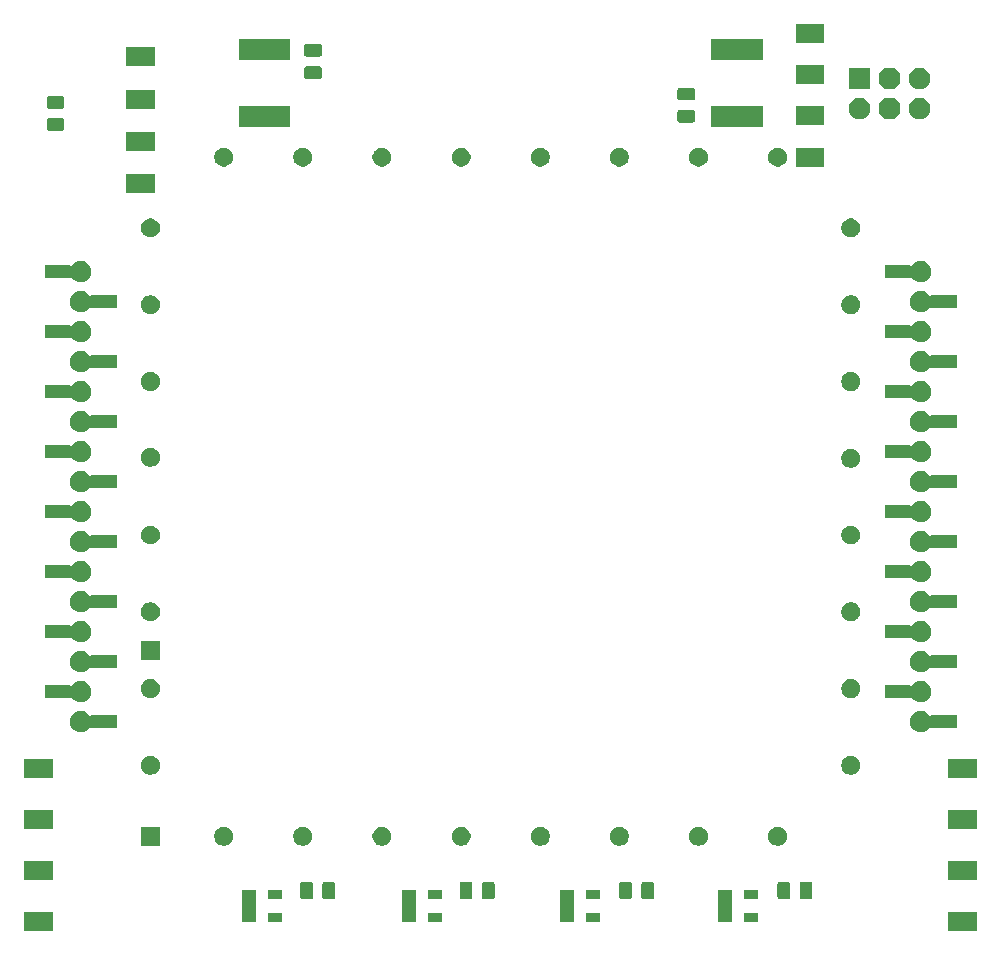
<source format=gbs>
G04 #@! TF.GenerationSoftware,KiCad,Pcbnew,(5.1.2-1)-1*
G04 #@! TF.CreationDate,2020-08-22T16:28:59-05:00*
G04 #@! TF.ProjectId,Core64 CB v0.4,436f7265-3634-4204-9342-2076302e342e,0.3*
G04 #@! TF.SameCoordinates,Original*
G04 #@! TF.FileFunction,Soldermask,Bot*
G04 #@! TF.FilePolarity,Negative*
%FSLAX46Y46*%
G04 Gerber Fmt 4.6, Leading zero omitted, Abs format (unit mm)*
G04 Created by KiCad (PCBNEW (5.1.2-1)-1) date 2020-08-22 16:28:59*
%MOMM*%
%LPD*%
G04 APERTURE LIST*
%ADD10C,0.100000*%
G04 APERTURE END LIST*
D10*
G36*
X40316000Y-36751000D02*
G01*
X37914000Y-36751000D01*
X37914000Y-35149000D01*
X40316000Y-35149000D01*
X40316000Y-36751000D01*
X40316000Y-36751000D01*
G37*
G36*
X-37914000Y-36751000D02*
G01*
X-40316000Y-36751000D01*
X-40316000Y-35149000D01*
X-37914000Y-35149000D01*
X-37914000Y-36751000D01*
X-37914000Y-36751000D01*
G37*
G36*
X-5004000Y-35976000D02*
G01*
X-6166000Y-35976000D01*
X-6166000Y-35224000D01*
X-5004000Y-35224000D01*
X-5004000Y-35976000D01*
X-5004000Y-35976000D01*
G37*
G36*
X-7204000Y-35976000D02*
G01*
X-8366000Y-35976000D01*
X-8366000Y-33324000D01*
X-7204000Y-33324000D01*
X-7204000Y-35976000D01*
X-7204000Y-35976000D01*
G37*
G36*
X-18504000Y-35976000D02*
G01*
X-19666000Y-35976000D01*
X-19666000Y-35224000D01*
X-18504000Y-35224000D01*
X-18504000Y-35976000D01*
X-18504000Y-35976000D01*
G37*
G36*
X-20704000Y-35976000D02*
G01*
X-21866000Y-35976000D01*
X-21866000Y-33324000D01*
X-20704000Y-33324000D01*
X-20704000Y-35976000D01*
X-20704000Y-35976000D01*
G37*
G36*
X21796000Y-35976000D02*
G01*
X20634000Y-35976000D01*
X20634000Y-35224000D01*
X21796000Y-35224000D01*
X21796000Y-35976000D01*
X21796000Y-35976000D01*
G37*
G36*
X19596000Y-35976000D02*
G01*
X18434000Y-35976000D01*
X18434000Y-33324000D01*
X19596000Y-33324000D01*
X19596000Y-35976000D01*
X19596000Y-35976000D01*
G37*
G36*
X8396000Y-35976000D02*
G01*
X7234000Y-35976000D01*
X7234000Y-35224000D01*
X8396000Y-35224000D01*
X8396000Y-35976000D01*
X8396000Y-35976000D01*
G37*
G36*
X6196000Y-35976000D02*
G01*
X5034000Y-35976000D01*
X5034000Y-33324000D01*
X6196000Y-33324000D01*
X6196000Y-35976000D01*
X6196000Y-35976000D01*
G37*
G36*
X-16050532Y-32603565D02*
G01*
X-16011862Y-32615296D01*
X-15976223Y-32634346D01*
X-15944983Y-32659983D01*
X-15919346Y-32691223D01*
X-15900296Y-32726862D01*
X-15888565Y-32765532D01*
X-15884000Y-32811888D01*
X-15884000Y-33888112D01*
X-15888565Y-33934468D01*
X-15900296Y-33973138D01*
X-15919346Y-34008777D01*
X-15944983Y-34040017D01*
X-15976223Y-34065654D01*
X-16011862Y-34084704D01*
X-16050532Y-34096435D01*
X-16096888Y-34101000D01*
X-16748112Y-34101000D01*
X-16794468Y-34096435D01*
X-16833138Y-34084704D01*
X-16868777Y-34065654D01*
X-16900017Y-34040017D01*
X-16925654Y-34008777D01*
X-16944704Y-33973138D01*
X-16956435Y-33934468D01*
X-16961000Y-33888112D01*
X-16961000Y-32811888D01*
X-16956435Y-32765532D01*
X-16944704Y-32726862D01*
X-16925654Y-32691223D01*
X-16900017Y-32659983D01*
X-16868777Y-32634346D01*
X-16833138Y-32615296D01*
X-16794468Y-32603565D01*
X-16748112Y-32599000D01*
X-16096888Y-32599000D01*
X-16050532Y-32603565D01*
X-16050532Y-32603565D01*
G37*
G36*
X-14175532Y-32603565D02*
G01*
X-14136862Y-32615296D01*
X-14101223Y-32634346D01*
X-14069983Y-32659983D01*
X-14044346Y-32691223D01*
X-14025296Y-32726862D01*
X-14013565Y-32765532D01*
X-14009000Y-32811888D01*
X-14009000Y-33888112D01*
X-14013565Y-33934468D01*
X-14025296Y-33973138D01*
X-14044346Y-34008777D01*
X-14069983Y-34040017D01*
X-14101223Y-34065654D01*
X-14136862Y-34084704D01*
X-14175532Y-34096435D01*
X-14221888Y-34101000D01*
X-14873112Y-34101000D01*
X-14919468Y-34096435D01*
X-14958138Y-34084704D01*
X-14993777Y-34065654D01*
X-15025017Y-34040017D01*
X-15050654Y-34008777D01*
X-15069704Y-33973138D01*
X-15081435Y-33934468D01*
X-15086000Y-33888112D01*
X-15086000Y-32811888D01*
X-15081435Y-32765532D01*
X-15069704Y-32726862D01*
X-15050654Y-32691223D01*
X-15025017Y-32659983D01*
X-14993777Y-32634346D01*
X-14958138Y-32615296D01*
X-14919468Y-32603565D01*
X-14873112Y-32599000D01*
X-14221888Y-32599000D01*
X-14175532Y-32603565D01*
X-14175532Y-32603565D01*
G37*
G36*
X-2550532Y-32603565D02*
G01*
X-2511862Y-32615296D01*
X-2476223Y-32634346D01*
X-2444983Y-32659983D01*
X-2419346Y-32691223D01*
X-2400296Y-32726862D01*
X-2388565Y-32765532D01*
X-2384000Y-32811888D01*
X-2384000Y-33888112D01*
X-2388565Y-33934468D01*
X-2400296Y-33973138D01*
X-2419346Y-34008777D01*
X-2444983Y-34040017D01*
X-2476223Y-34065654D01*
X-2511862Y-34084704D01*
X-2550532Y-34096435D01*
X-2596888Y-34101000D01*
X-3248112Y-34101000D01*
X-3294468Y-34096435D01*
X-3333138Y-34084704D01*
X-3368777Y-34065654D01*
X-3400017Y-34040017D01*
X-3425654Y-34008777D01*
X-3444704Y-33973138D01*
X-3456435Y-33934468D01*
X-3461000Y-33888112D01*
X-3461000Y-32811888D01*
X-3456435Y-32765532D01*
X-3444704Y-32726862D01*
X-3425654Y-32691223D01*
X-3400017Y-32659983D01*
X-3368777Y-32634346D01*
X-3333138Y-32615296D01*
X-3294468Y-32603565D01*
X-3248112Y-32599000D01*
X-2596888Y-32599000D01*
X-2550532Y-32603565D01*
X-2550532Y-32603565D01*
G37*
G36*
X-675532Y-32603565D02*
G01*
X-636862Y-32615296D01*
X-601223Y-32634346D01*
X-569983Y-32659983D01*
X-544346Y-32691223D01*
X-525296Y-32726862D01*
X-513565Y-32765532D01*
X-509000Y-32811888D01*
X-509000Y-33888112D01*
X-513565Y-33934468D01*
X-525296Y-33973138D01*
X-544346Y-34008777D01*
X-569983Y-34040017D01*
X-601223Y-34065654D01*
X-636862Y-34084704D01*
X-675532Y-34096435D01*
X-721888Y-34101000D01*
X-1373112Y-34101000D01*
X-1419468Y-34096435D01*
X-1458138Y-34084704D01*
X-1493777Y-34065654D01*
X-1525017Y-34040017D01*
X-1550654Y-34008777D01*
X-1569704Y-33973138D01*
X-1581435Y-33934468D01*
X-1586000Y-33888112D01*
X-1586000Y-32811888D01*
X-1581435Y-32765532D01*
X-1569704Y-32726862D01*
X-1550654Y-32691223D01*
X-1525017Y-32659983D01*
X-1493777Y-32634346D01*
X-1458138Y-32615296D01*
X-1419468Y-32603565D01*
X-1373112Y-32599000D01*
X-721888Y-32599000D01*
X-675532Y-32603565D01*
X-675532Y-32603565D01*
G37*
G36*
X12824468Y-32603565D02*
G01*
X12863138Y-32615296D01*
X12898777Y-32634346D01*
X12930017Y-32659983D01*
X12955654Y-32691223D01*
X12974704Y-32726862D01*
X12986435Y-32765532D01*
X12991000Y-32811888D01*
X12991000Y-33888112D01*
X12986435Y-33934468D01*
X12974704Y-33973138D01*
X12955654Y-34008777D01*
X12930017Y-34040017D01*
X12898777Y-34065654D01*
X12863138Y-34084704D01*
X12824468Y-34096435D01*
X12778112Y-34101000D01*
X12126888Y-34101000D01*
X12080532Y-34096435D01*
X12041862Y-34084704D01*
X12006223Y-34065654D01*
X11974983Y-34040017D01*
X11949346Y-34008777D01*
X11930296Y-33973138D01*
X11918565Y-33934468D01*
X11914000Y-33888112D01*
X11914000Y-32811888D01*
X11918565Y-32765532D01*
X11930296Y-32726862D01*
X11949346Y-32691223D01*
X11974983Y-32659983D01*
X12006223Y-32634346D01*
X12041862Y-32615296D01*
X12080532Y-32603565D01*
X12126888Y-32599000D01*
X12778112Y-32599000D01*
X12824468Y-32603565D01*
X12824468Y-32603565D01*
G37*
G36*
X10949468Y-32603565D02*
G01*
X10988138Y-32615296D01*
X11023777Y-32634346D01*
X11055017Y-32659983D01*
X11080654Y-32691223D01*
X11099704Y-32726862D01*
X11111435Y-32765532D01*
X11116000Y-32811888D01*
X11116000Y-33888112D01*
X11111435Y-33934468D01*
X11099704Y-33973138D01*
X11080654Y-34008777D01*
X11055017Y-34040017D01*
X11023777Y-34065654D01*
X10988138Y-34084704D01*
X10949468Y-34096435D01*
X10903112Y-34101000D01*
X10251888Y-34101000D01*
X10205532Y-34096435D01*
X10166862Y-34084704D01*
X10131223Y-34065654D01*
X10099983Y-34040017D01*
X10074346Y-34008777D01*
X10055296Y-33973138D01*
X10043565Y-33934468D01*
X10039000Y-33888112D01*
X10039000Y-32811888D01*
X10043565Y-32765532D01*
X10055296Y-32726862D01*
X10074346Y-32691223D01*
X10099983Y-32659983D01*
X10131223Y-32634346D01*
X10166862Y-32615296D01*
X10205532Y-32603565D01*
X10251888Y-32599000D01*
X10903112Y-32599000D01*
X10949468Y-32603565D01*
X10949468Y-32603565D01*
G37*
G36*
X26224468Y-32603565D02*
G01*
X26263138Y-32615296D01*
X26298777Y-32634346D01*
X26330017Y-32659983D01*
X26355654Y-32691223D01*
X26374704Y-32726862D01*
X26386435Y-32765532D01*
X26391000Y-32811888D01*
X26391000Y-33888112D01*
X26386435Y-33934468D01*
X26374704Y-33973138D01*
X26355654Y-34008777D01*
X26330017Y-34040017D01*
X26298777Y-34065654D01*
X26263138Y-34084704D01*
X26224468Y-34096435D01*
X26178112Y-34101000D01*
X25526888Y-34101000D01*
X25480532Y-34096435D01*
X25441862Y-34084704D01*
X25406223Y-34065654D01*
X25374983Y-34040017D01*
X25349346Y-34008777D01*
X25330296Y-33973138D01*
X25318565Y-33934468D01*
X25314000Y-33888112D01*
X25314000Y-32811888D01*
X25318565Y-32765532D01*
X25330296Y-32726862D01*
X25349346Y-32691223D01*
X25374983Y-32659983D01*
X25406223Y-32634346D01*
X25441862Y-32615296D01*
X25480532Y-32603565D01*
X25526888Y-32599000D01*
X26178112Y-32599000D01*
X26224468Y-32603565D01*
X26224468Y-32603565D01*
G37*
G36*
X24349468Y-32603565D02*
G01*
X24388138Y-32615296D01*
X24423777Y-32634346D01*
X24455017Y-32659983D01*
X24480654Y-32691223D01*
X24499704Y-32726862D01*
X24511435Y-32765532D01*
X24516000Y-32811888D01*
X24516000Y-33888112D01*
X24511435Y-33934468D01*
X24499704Y-33973138D01*
X24480654Y-34008777D01*
X24455017Y-34040017D01*
X24423777Y-34065654D01*
X24388138Y-34084704D01*
X24349468Y-34096435D01*
X24303112Y-34101000D01*
X23651888Y-34101000D01*
X23605532Y-34096435D01*
X23566862Y-34084704D01*
X23531223Y-34065654D01*
X23499983Y-34040017D01*
X23474346Y-34008777D01*
X23455296Y-33973138D01*
X23443565Y-33934468D01*
X23439000Y-33888112D01*
X23439000Y-32811888D01*
X23443565Y-32765532D01*
X23455296Y-32726862D01*
X23474346Y-32691223D01*
X23499983Y-32659983D01*
X23531223Y-32634346D01*
X23566862Y-32615296D01*
X23605532Y-32603565D01*
X23651888Y-32599000D01*
X24303112Y-32599000D01*
X24349468Y-32603565D01*
X24349468Y-32603565D01*
G37*
G36*
X-18504000Y-34076000D02*
G01*
X-19666000Y-34076000D01*
X-19666000Y-33324000D01*
X-18504000Y-33324000D01*
X-18504000Y-34076000D01*
X-18504000Y-34076000D01*
G37*
G36*
X21796000Y-34076000D02*
G01*
X20634000Y-34076000D01*
X20634000Y-33324000D01*
X21796000Y-33324000D01*
X21796000Y-34076000D01*
X21796000Y-34076000D01*
G37*
G36*
X8396000Y-34076000D02*
G01*
X7234000Y-34076000D01*
X7234000Y-33324000D01*
X8396000Y-33324000D01*
X8396000Y-34076000D01*
X8396000Y-34076000D01*
G37*
G36*
X-5004000Y-34076000D02*
G01*
X-6166000Y-34076000D01*
X-6166000Y-33324000D01*
X-5004000Y-33324000D01*
X-5004000Y-34076000D01*
X-5004000Y-34076000D01*
G37*
G36*
X40316000Y-32451000D02*
G01*
X37914000Y-32451000D01*
X37914000Y-30849000D01*
X40316000Y-30849000D01*
X40316000Y-32451000D01*
X40316000Y-32451000D01*
G37*
G36*
X-37914000Y-32451000D02*
G01*
X-40316000Y-32451000D01*
X-40316000Y-30849000D01*
X-37914000Y-30849000D01*
X-37914000Y-32451000D01*
X-37914000Y-32451000D01*
G37*
G36*
X3583642Y-27979781D02*
G01*
X3729414Y-28040162D01*
X3729416Y-28040163D01*
X3860608Y-28127822D01*
X3972178Y-28239392D01*
X4059837Y-28370584D01*
X4059838Y-28370586D01*
X4120219Y-28516358D01*
X4151000Y-28671107D01*
X4151000Y-28828893D01*
X4120219Y-28983642D01*
X4059838Y-29129414D01*
X4059837Y-29129416D01*
X3972178Y-29260608D01*
X3860608Y-29372178D01*
X3729416Y-29459837D01*
X3729415Y-29459838D01*
X3729414Y-29459838D01*
X3583642Y-29520219D01*
X3428893Y-29551000D01*
X3271107Y-29551000D01*
X3116358Y-29520219D01*
X2970586Y-29459838D01*
X2970585Y-29459838D01*
X2970584Y-29459837D01*
X2839392Y-29372178D01*
X2727822Y-29260608D01*
X2640163Y-29129416D01*
X2640162Y-29129414D01*
X2579781Y-28983642D01*
X2549000Y-28828893D01*
X2549000Y-28671107D01*
X2579781Y-28516358D01*
X2640162Y-28370586D01*
X2640163Y-28370584D01*
X2727822Y-28239392D01*
X2839392Y-28127822D01*
X2970584Y-28040163D01*
X2970586Y-28040162D01*
X3116358Y-27979781D01*
X3271107Y-27949000D01*
X3428893Y-27949000D01*
X3583642Y-27979781D01*
X3583642Y-27979781D01*
G37*
G36*
X-3116358Y-27979781D02*
G01*
X-2970586Y-28040162D01*
X-2970584Y-28040163D01*
X-2839392Y-28127822D01*
X-2727822Y-28239392D01*
X-2640163Y-28370584D01*
X-2640162Y-28370586D01*
X-2579781Y-28516358D01*
X-2549000Y-28671107D01*
X-2549000Y-28828893D01*
X-2579781Y-28983642D01*
X-2640162Y-29129414D01*
X-2640163Y-29129416D01*
X-2727822Y-29260608D01*
X-2839392Y-29372178D01*
X-2970584Y-29459837D01*
X-2970585Y-29459838D01*
X-2970586Y-29459838D01*
X-3116358Y-29520219D01*
X-3271107Y-29551000D01*
X-3428893Y-29551000D01*
X-3583642Y-29520219D01*
X-3729414Y-29459838D01*
X-3729415Y-29459838D01*
X-3729416Y-29459837D01*
X-3860608Y-29372178D01*
X-3972178Y-29260608D01*
X-4059837Y-29129416D01*
X-4059838Y-29129414D01*
X-4120219Y-28983642D01*
X-4151000Y-28828893D01*
X-4151000Y-28671107D01*
X-4120219Y-28516358D01*
X-4059838Y-28370586D01*
X-4059837Y-28370584D01*
X-3972178Y-28239392D01*
X-3860608Y-28127822D01*
X-3729416Y-28040163D01*
X-3729414Y-28040162D01*
X-3583642Y-27979781D01*
X-3428893Y-27949000D01*
X-3271107Y-27949000D01*
X-3116358Y-27979781D01*
X-3116358Y-27979781D01*
G37*
G36*
X-9816358Y-27979781D02*
G01*
X-9670586Y-28040162D01*
X-9670584Y-28040163D01*
X-9539392Y-28127822D01*
X-9427822Y-28239392D01*
X-9340163Y-28370584D01*
X-9340162Y-28370586D01*
X-9279781Y-28516358D01*
X-9249000Y-28671107D01*
X-9249000Y-28828893D01*
X-9279781Y-28983642D01*
X-9340162Y-29129414D01*
X-9340163Y-29129416D01*
X-9427822Y-29260608D01*
X-9539392Y-29372178D01*
X-9670584Y-29459837D01*
X-9670585Y-29459838D01*
X-9670586Y-29459838D01*
X-9816358Y-29520219D01*
X-9971107Y-29551000D01*
X-10128893Y-29551000D01*
X-10283642Y-29520219D01*
X-10429414Y-29459838D01*
X-10429415Y-29459838D01*
X-10429416Y-29459837D01*
X-10560608Y-29372178D01*
X-10672178Y-29260608D01*
X-10759837Y-29129416D01*
X-10759838Y-29129414D01*
X-10820219Y-28983642D01*
X-10851000Y-28828893D01*
X-10851000Y-28671107D01*
X-10820219Y-28516358D01*
X-10759838Y-28370586D01*
X-10759837Y-28370584D01*
X-10672178Y-28239392D01*
X-10560608Y-28127822D01*
X-10429416Y-28040163D01*
X-10429414Y-28040162D01*
X-10283642Y-27979781D01*
X-10128893Y-27949000D01*
X-9971107Y-27949000D01*
X-9816358Y-27979781D01*
X-9816358Y-27979781D01*
G37*
G36*
X-16516358Y-27979781D02*
G01*
X-16370586Y-28040162D01*
X-16370584Y-28040163D01*
X-16239392Y-28127822D01*
X-16127822Y-28239392D01*
X-16040163Y-28370584D01*
X-16040162Y-28370586D01*
X-15979781Y-28516358D01*
X-15949000Y-28671107D01*
X-15949000Y-28828893D01*
X-15979781Y-28983642D01*
X-16040162Y-29129414D01*
X-16040163Y-29129416D01*
X-16127822Y-29260608D01*
X-16239392Y-29372178D01*
X-16370584Y-29459837D01*
X-16370585Y-29459838D01*
X-16370586Y-29459838D01*
X-16516358Y-29520219D01*
X-16671107Y-29551000D01*
X-16828893Y-29551000D01*
X-16983642Y-29520219D01*
X-17129414Y-29459838D01*
X-17129415Y-29459838D01*
X-17129416Y-29459837D01*
X-17260608Y-29372178D01*
X-17372178Y-29260608D01*
X-17459837Y-29129416D01*
X-17459838Y-29129414D01*
X-17520219Y-28983642D01*
X-17551000Y-28828893D01*
X-17551000Y-28671107D01*
X-17520219Y-28516358D01*
X-17459838Y-28370586D01*
X-17459837Y-28370584D01*
X-17372178Y-28239392D01*
X-17260608Y-28127822D01*
X-17129416Y-28040163D01*
X-17129414Y-28040162D01*
X-16983642Y-27979781D01*
X-16828893Y-27949000D01*
X-16671107Y-27949000D01*
X-16516358Y-27979781D01*
X-16516358Y-27979781D01*
G37*
G36*
X-23216358Y-27979781D02*
G01*
X-23070586Y-28040162D01*
X-23070584Y-28040163D01*
X-22939392Y-28127822D01*
X-22827822Y-28239392D01*
X-22740163Y-28370584D01*
X-22740162Y-28370586D01*
X-22679781Y-28516358D01*
X-22649000Y-28671107D01*
X-22649000Y-28828893D01*
X-22679781Y-28983642D01*
X-22740162Y-29129414D01*
X-22740163Y-29129416D01*
X-22827822Y-29260608D01*
X-22939392Y-29372178D01*
X-23070584Y-29459837D01*
X-23070585Y-29459838D01*
X-23070586Y-29459838D01*
X-23216358Y-29520219D01*
X-23371107Y-29551000D01*
X-23528893Y-29551000D01*
X-23683642Y-29520219D01*
X-23829414Y-29459838D01*
X-23829415Y-29459838D01*
X-23829416Y-29459837D01*
X-23960608Y-29372178D01*
X-24072178Y-29260608D01*
X-24159837Y-29129416D01*
X-24159838Y-29129414D01*
X-24220219Y-28983642D01*
X-24251000Y-28828893D01*
X-24251000Y-28671107D01*
X-24220219Y-28516358D01*
X-24159838Y-28370586D01*
X-24159837Y-28370584D01*
X-24072178Y-28239392D01*
X-23960608Y-28127822D01*
X-23829416Y-28040163D01*
X-23829414Y-28040162D01*
X-23683642Y-27979781D01*
X-23528893Y-27949000D01*
X-23371107Y-27949000D01*
X-23216358Y-27979781D01*
X-23216358Y-27979781D01*
G37*
G36*
X-28849000Y-29551000D02*
G01*
X-30451000Y-29551000D01*
X-30451000Y-27949000D01*
X-28849000Y-27949000D01*
X-28849000Y-29551000D01*
X-28849000Y-29551000D01*
G37*
G36*
X10283642Y-27979781D02*
G01*
X10429414Y-28040162D01*
X10429416Y-28040163D01*
X10560608Y-28127822D01*
X10672178Y-28239392D01*
X10759837Y-28370584D01*
X10759838Y-28370586D01*
X10820219Y-28516358D01*
X10851000Y-28671107D01*
X10851000Y-28828893D01*
X10820219Y-28983642D01*
X10759838Y-29129414D01*
X10759837Y-29129416D01*
X10672178Y-29260608D01*
X10560608Y-29372178D01*
X10429416Y-29459837D01*
X10429415Y-29459838D01*
X10429414Y-29459838D01*
X10283642Y-29520219D01*
X10128893Y-29551000D01*
X9971107Y-29551000D01*
X9816358Y-29520219D01*
X9670586Y-29459838D01*
X9670585Y-29459838D01*
X9670584Y-29459837D01*
X9539392Y-29372178D01*
X9427822Y-29260608D01*
X9340163Y-29129416D01*
X9340162Y-29129414D01*
X9279781Y-28983642D01*
X9249000Y-28828893D01*
X9249000Y-28671107D01*
X9279781Y-28516358D01*
X9340162Y-28370586D01*
X9340163Y-28370584D01*
X9427822Y-28239392D01*
X9539392Y-28127822D01*
X9670584Y-28040163D01*
X9670586Y-28040162D01*
X9816358Y-27979781D01*
X9971107Y-27949000D01*
X10128893Y-27949000D01*
X10283642Y-27979781D01*
X10283642Y-27979781D01*
G37*
G36*
X16983642Y-27979781D02*
G01*
X17129414Y-28040162D01*
X17129416Y-28040163D01*
X17260608Y-28127822D01*
X17372178Y-28239392D01*
X17459837Y-28370584D01*
X17459838Y-28370586D01*
X17520219Y-28516358D01*
X17551000Y-28671107D01*
X17551000Y-28828893D01*
X17520219Y-28983642D01*
X17459838Y-29129414D01*
X17459837Y-29129416D01*
X17372178Y-29260608D01*
X17260608Y-29372178D01*
X17129416Y-29459837D01*
X17129415Y-29459838D01*
X17129414Y-29459838D01*
X16983642Y-29520219D01*
X16828893Y-29551000D01*
X16671107Y-29551000D01*
X16516358Y-29520219D01*
X16370586Y-29459838D01*
X16370585Y-29459838D01*
X16370584Y-29459837D01*
X16239392Y-29372178D01*
X16127822Y-29260608D01*
X16040163Y-29129416D01*
X16040162Y-29129414D01*
X15979781Y-28983642D01*
X15949000Y-28828893D01*
X15949000Y-28671107D01*
X15979781Y-28516358D01*
X16040162Y-28370586D01*
X16040163Y-28370584D01*
X16127822Y-28239392D01*
X16239392Y-28127822D01*
X16370584Y-28040163D01*
X16370586Y-28040162D01*
X16516358Y-27979781D01*
X16671107Y-27949000D01*
X16828893Y-27949000D01*
X16983642Y-27979781D01*
X16983642Y-27979781D01*
G37*
G36*
X23683642Y-27979781D02*
G01*
X23829414Y-28040162D01*
X23829416Y-28040163D01*
X23960608Y-28127822D01*
X24072178Y-28239392D01*
X24159837Y-28370584D01*
X24159838Y-28370586D01*
X24220219Y-28516358D01*
X24251000Y-28671107D01*
X24251000Y-28828893D01*
X24220219Y-28983642D01*
X24159838Y-29129414D01*
X24159837Y-29129416D01*
X24072178Y-29260608D01*
X23960608Y-29372178D01*
X23829416Y-29459837D01*
X23829415Y-29459838D01*
X23829414Y-29459838D01*
X23683642Y-29520219D01*
X23528893Y-29551000D01*
X23371107Y-29551000D01*
X23216358Y-29520219D01*
X23070586Y-29459838D01*
X23070585Y-29459838D01*
X23070584Y-29459837D01*
X22939392Y-29372178D01*
X22827822Y-29260608D01*
X22740163Y-29129416D01*
X22740162Y-29129414D01*
X22679781Y-28983642D01*
X22649000Y-28828893D01*
X22649000Y-28671107D01*
X22679781Y-28516358D01*
X22740162Y-28370586D01*
X22740163Y-28370584D01*
X22827822Y-28239392D01*
X22939392Y-28127822D01*
X23070584Y-28040163D01*
X23070586Y-28040162D01*
X23216358Y-27979781D01*
X23371107Y-27949000D01*
X23528893Y-27949000D01*
X23683642Y-27979781D01*
X23683642Y-27979781D01*
G37*
G36*
X-37914000Y-28151000D02*
G01*
X-40316000Y-28151000D01*
X-40316000Y-26549000D01*
X-37914000Y-26549000D01*
X-37914000Y-28151000D01*
X-37914000Y-28151000D01*
G37*
G36*
X40316000Y-28151000D02*
G01*
X37914000Y-28151000D01*
X37914000Y-26549000D01*
X40316000Y-26549000D01*
X40316000Y-28151000D01*
X40316000Y-28151000D01*
G37*
G36*
X-37914000Y-23851000D02*
G01*
X-40316000Y-23851000D01*
X-40316000Y-22249000D01*
X-37914000Y-22249000D01*
X-37914000Y-23851000D01*
X-37914000Y-23851000D01*
G37*
G36*
X40316000Y-23851000D02*
G01*
X37914000Y-23851000D01*
X37914000Y-22249000D01*
X40316000Y-22249000D01*
X40316000Y-23851000D01*
X40316000Y-23851000D01*
G37*
G36*
X29883642Y-21979781D02*
G01*
X30029414Y-22040162D01*
X30029416Y-22040163D01*
X30160608Y-22127822D01*
X30272178Y-22239392D01*
X30359837Y-22370584D01*
X30359838Y-22370586D01*
X30420219Y-22516358D01*
X30451000Y-22671107D01*
X30451000Y-22828893D01*
X30420219Y-22983642D01*
X30359838Y-23129414D01*
X30359837Y-23129416D01*
X30272178Y-23260608D01*
X30160608Y-23372178D01*
X30029416Y-23459837D01*
X30029415Y-23459838D01*
X30029414Y-23459838D01*
X29883642Y-23520219D01*
X29728893Y-23551000D01*
X29571107Y-23551000D01*
X29416358Y-23520219D01*
X29270586Y-23459838D01*
X29270585Y-23459838D01*
X29270584Y-23459837D01*
X29139392Y-23372178D01*
X29027822Y-23260608D01*
X28940163Y-23129416D01*
X28940162Y-23129414D01*
X28879781Y-22983642D01*
X28849000Y-22828893D01*
X28849000Y-22671107D01*
X28879781Y-22516358D01*
X28940162Y-22370586D01*
X28940163Y-22370584D01*
X29027822Y-22239392D01*
X29139392Y-22127822D01*
X29270584Y-22040163D01*
X29270586Y-22040162D01*
X29416358Y-21979781D01*
X29571107Y-21949000D01*
X29728893Y-21949000D01*
X29883642Y-21979781D01*
X29883642Y-21979781D01*
G37*
G36*
X-29416358Y-21979781D02*
G01*
X-29270586Y-22040162D01*
X-29270584Y-22040163D01*
X-29139392Y-22127822D01*
X-29027822Y-22239392D01*
X-28940163Y-22370584D01*
X-28940162Y-22370586D01*
X-28879781Y-22516358D01*
X-28849000Y-22671107D01*
X-28849000Y-22828893D01*
X-28879781Y-22983642D01*
X-28940162Y-23129414D01*
X-28940163Y-23129416D01*
X-29027822Y-23260608D01*
X-29139392Y-23372178D01*
X-29270584Y-23459837D01*
X-29270585Y-23459838D01*
X-29270586Y-23459838D01*
X-29416358Y-23520219D01*
X-29571107Y-23551000D01*
X-29728893Y-23551000D01*
X-29883642Y-23520219D01*
X-30029414Y-23459838D01*
X-30029415Y-23459838D01*
X-30029416Y-23459837D01*
X-30160608Y-23372178D01*
X-30272178Y-23260608D01*
X-30359837Y-23129416D01*
X-30359838Y-23129414D01*
X-30420219Y-22983642D01*
X-30451000Y-22828893D01*
X-30451000Y-22671107D01*
X-30420219Y-22516358D01*
X-30359838Y-22370586D01*
X-30359837Y-22370584D01*
X-30272178Y-22239392D01*
X-30160608Y-22127822D01*
X-30029416Y-22040163D01*
X-30029414Y-22040162D01*
X-29883642Y-21979781D01*
X-29728893Y-21949000D01*
X-29571107Y-21949000D01*
X-29416358Y-21979781D01*
X-29416358Y-21979781D01*
G37*
G36*
X35673512Y-18153927D02*
G01*
X35822812Y-18183624D01*
X35986784Y-18251544D01*
X36134354Y-18350147D01*
X36259853Y-18475646D01*
X36280075Y-18505911D01*
X36295614Y-18524844D01*
X36314555Y-18540389D01*
X36336166Y-18551940D01*
X36359615Y-18559053D01*
X36384001Y-18561455D01*
X36408387Y-18559053D01*
X36431836Y-18551940D01*
X36453447Y-18540389D01*
X36472389Y-18524843D01*
X36487934Y-18505902D01*
X36491623Y-18499000D01*
X38611000Y-18499000D01*
X38611000Y-19601000D01*
X36491623Y-19601000D01*
X36487934Y-19594098D01*
X36472389Y-19575156D01*
X36453447Y-19559611D01*
X36431836Y-19548060D01*
X36408387Y-19540947D01*
X36384001Y-19538545D01*
X36359615Y-19540947D01*
X36336166Y-19548060D01*
X36314555Y-19559611D01*
X36295613Y-19575156D01*
X36280075Y-19594089D01*
X36259853Y-19624354D01*
X36134354Y-19749853D01*
X35986784Y-19848456D01*
X35822812Y-19916376D01*
X35673512Y-19946073D01*
X35648742Y-19951000D01*
X35471258Y-19951000D01*
X35446488Y-19946073D01*
X35297188Y-19916376D01*
X35133216Y-19848456D01*
X34985646Y-19749853D01*
X34860147Y-19624354D01*
X34761544Y-19476784D01*
X34693624Y-19312812D01*
X34659000Y-19138741D01*
X34659000Y-18961259D01*
X34693624Y-18787188D01*
X34761544Y-18623216D01*
X34860147Y-18475646D01*
X34985646Y-18350147D01*
X35133216Y-18251544D01*
X35297188Y-18183624D01*
X35446488Y-18153927D01*
X35471258Y-18149000D01*
X35648742Y-18149000D01*
X35673512Y-18153927D01*
X35673512Y-18153927D01*
G37*
G36*
X-35446488Y-18153927D02*
G01*
X-35297188Y-18183624D01*
X-35133216Y-18251544D01*
X-34985646Y-18350147D01*
X-34860147Y-18475646D01*
X-34839925Y-18505911D01*
X-34824386Y-18524844D01*
X-34805445Y-18540389D01*
X-34783834Y-18551940D01*
X-34760385Y-18559053D01*
X-34735999Y-18561455D01*
X-34711613Y-18559053D01*
X-34688164Y-18551940D01*
X-34666553Y-18540389D01*
X-34647611Y-18524843D01*
X-34632066Y-18505902D01*
X-34628377Y-18499000D01*
X-32509000Y-18499000D01*
X-32509000Y-19601000D01*
X-34628377Y-19601000D01*
X-34632066Y-19594098D01*
X-34647611Y-19575156D01*
X-34666553Y-19559611D01*
X-34688164Y-19548060D01*
X-34711613Y-19540947D01*
X-34735999Y-19538545D01*
X-34760385Y-19540947D01*
X-34783834Y-19548060D01*
X-34805445Y-19559611D01*
X-34824387Y-19575156D01*
X-34839925Y-19594089D01*
X-34860147Y-19624354D01*
X-34985646Y-19749853D01*
X-35133216Y-19848456D01*
X-35297188Y-19916376D01*
X-35446488Y-19946073D01*
X-35471258Y-19951000D01*
X-35648742Y-19951000D01*
X-35673512Y-19946073D01*
X-35822812Y-19916376D01*
X-35986784Y-19848456D01*
X-36134354Y-19749853D01*
X-36259853Y-19624354D01*
X-36358456Y-19476784D01*
X-36426376Y-19312812D01*
X-36461000Y-19138741D01*
X-36461000Y-18961259D01*
X-36426376Y-18787188D01*
X-36358456Y-18623216D01*
X-36259853Y-18475646D01*
X-36134354Y-18350147D01*
X-35986784Y-18251544D01*
X-35822812Y-18183624D01*
X-35673512Y-18153927D01*
X-35648742Y-18149000D01*
X-35471258Y-18149000D01*
X-35446488Y-18153927D01*
X-35446488Y-18153927D01*
G37*
G36*
X35673512Y-15613927D02*
G01*
X35822812Y-15643624D01*
X35986784Y-15711544D01*
X36134354Y-15810147D01*
X36259853Y-15935646D01*
X36358456Y-16083216D01*
X36426376Y-16247188D01*
X36461000Y-16421259D01*
X36461000Y-16598741D01*
X36426376Y-16772812D01*
X36358456Y-16936784D01*
X36259853Y-17084354D01*
X36134354Y-17209853D01*
X35986784Y-17308456D01*
X35822812Y-17376376D01*
X35673512Y-17406073D01*
X35648742Y-17411000D01*
X35471258Y-17411000D01*
X35446488Y-17406073D01*
X35297188Y-17376376D01*
X35133216Y-17308456D01*
X34985646Y-17209853D01*
X34860147Y-17084354D01*
X34839925Y-17054089D01*
X34824386Y-17035156D01*
X34805445Y-17019611D01*
X34783834Y-17008060D01*
X34760385Y-17000947D01*
X34735999Y-16998545D01*
X34711613Y-17000947D01*
X34688164Y-17008060D01*
X34666553Y-17019611D01*
X34647611Y-17035157D01*
X34632066Y-17054098D01*
X34628377Y-17061000D01*
X32509000Y-17061000D01*
X32509000Y-15959000D01*
X34628377Y-15959000D01*
X34632066Y-15965902D01*
X34647611Y-15984844D01*
X34666553Y-16000389D01*
X34688164Y-16011940D01*
X34711613Y-16019053D01*
X34735999Y-16021455D01*
X34760385Y-16019053D01*
X34783834Y-16011940D01*
X34805445Y-16000389D01*
X34824387Y-15984844D01*
X34839925Y-15965911D01*
X34860147Y-15935646D01*
X34985646Y-15810147D01*
X35133216Y-15711544D01*
X35297188Y-15643624D01*
X35446488Y-15613927D01*
X35471258Y-15609000D01*
X35648742Y-15609000D01*
X35673512Y-15613927D01*
X35673512Y-15613927D01*
G37*
G36*
X-35446488Y-15613927D02*
G01*
X-35297188Y-15643624D01*
X-35133216Y-15711544D01*
X-34985646Y-15810147D01*
X-34860147Y-15935646D01*
X-34761544Y-16083216D01*
X-34693624Y-16247188D01*
X-34659000Y-16421259D01*
X-34659000Y-16598741D01*
X-34693624Y-16772812D01*
X-34761544Y-16936784D01*
X-34860147Y-17084354D01*
X-34985646Y-17209853D01*
X-35133216Y-17308456D01*
X-35297188Y-17376376D01*
X-35446488Y-17406073D01*
X-35471258Y-17411000D01*
X-35648742Y-17411000D01*
X-35673512Y-17406073D01*
X-35822812Y-17376376D01*
X-35986784Y-17308456D01*
X-36134354Y-17209853D01*
X-36259853Y-17084354D01*
X-36280075Y-17054089D01*
X-36295614Y-17035156D01*
X-36314555Y-17019611D01*
X-36336166Y-17008060D01*
X-36359615Y-17000947D01*
X-36384001Y-16998545D01*
X-36408387Y-17000947D01*
X-36431836Y-17008060D01*
X-36453447Y-17019611D01*
X-36472389Y-17035157D01*
X-36487934Y-17054098D01*
X-36491623Y-17061000D01*
X-38611000Y-17061000D01*
X-38611000Y-15959000D01*
X-36491623Y-15959000D01*
X-36487934Y-15965902D01*
X-36472389Y-15984844D01*
X-36453447Y-16000389D01*
X-36431836Y-16011940D01*
X-36408387Y-16019053D01*
X-36384001Y-16021455D01*
X-36359615Y-16019053D01*
X-36336166Y-16011940D01*
X-36314555Y-16000389D01*
X-36295613Y-15984844D01*
X-36280075Y-15965911D01*
X-36259853Y-15935646D01*
X-36134354Y-15810147D01*
X-35986784Y-15711544D01*
X-35822812Y-15643624D01*
X-35673512Y-15613927D01*
X-35648742Y-15609000D01*
X-35471258Y-15609000D01*
X-35446488Y-15613927D01*
X-35446488Y-15613927D01*
G37*
G36*
X29883642Y-15479781D02*
G01*
X30029414Y-15540162D01*
X30029416Y-15540163D01*
X30160608Y-15627822D01*
X30272178Y-15739392D01*
X30319455Y-15810148D01*
X30359838Y-15870586D01*
X30420219Y-16016358D01*
X30451000Y-16171107D01*
X30451000Y-16328893D01*
X30420219Y-16483642D01*
X30372543Y-16598741D01*
X30359837Y-16629416D01*
X30272178Y-16760608D01*
X30160608Y-16872178D01*
X30029416Y-16959837D01*
X30029415Y-16959838D01*
X30029414Y-16959838D01*
X29883642Y-17020219D01*
X29728893Y-17051000D01*
X29571107Y-17051000D01*
X29416358Y-17020219D01*
X29270586Y-16959838D01*
X29270585Y-16959838D01*
X29270584Y-16959837D01*
X29139392Y-16872178D01*
X29027822Y-16760608D01*
X28940163Y-16629416D01*
X28927457Y-16598741D01*
X28879781Y-16483642D01*
X28849000Y-16328893D01*
X28849000Y-16171107D01*
X28879781Y-16016358D01*
X28940162Y-15870586D01*
X28980545Y-15810148D01*
X29027822Y-15739392D01*
X29139392Y-15627822D01*
X29270584Y-15540163D01*
X29270586Y-15540162D01*
X29416358Y-15479781D01*
X29571107Y-15449000D01*
X29728893Y-15449000D01*
X29883642Y-15479781D01*
X29883642Y-15479781D01*
G37*
G36*
X-29416358Y-15479781D02*
G01*
X-29270586Y-15540162D01*
X-29270584Y-15540163D01*
X-29139392Y-15627822D01*
X-29027822Y-15739392D01*
X-28980545Y-15810148D01*
X-28940162Y-15870586D01*
X-28879781Y-16016358D01*
X-28849000Y-16171107D01*
X-28849000Y-16328893D01*
X-28879781Y-16483642D01*
X-28927457Y-16598741D01*
X-28940163Y-16629416D01*
X-29027822Y-16760608D01*
X-29139392Y-16872178D01*
X-29270584Y-16959837D01*
X-29270585Y-16959838D01*
X-29270586Y-16959838D01*
X-29416358Y-17020219D01*
X-29571107Y-17051000D01*
X-29728893Y-17051000D01*
X-29883642Y-17020219D01*
X-30029414Y-16959838D01*
X-30029415Y-16959838D01*
X-30029416Y-16959837D01*
X-30160608Y-16872178D01*
X-30272178Y-16760608D01*
X-30359837Y-16629416D01*
X-30372543Y-16598741D01*
X-30420219Y-16483642D01*
X-30451000Y-16328893D01*
X-30451000Y-16171107D01*
X-30420219Y-16016358D01*
X-30359838Y-15870586D01*
X-30319455Y-15810148D01*
X-30272178Y-15739392D01*
X-30160608Y-15627822D01*
X-30029416Y-15540163D01*
X-30029414Y-15540162D01*
X-29883642Y-15479781D01*
X-29728893Y-15449000D01*
X-29571107Y-15449000D01*
X-29416358Y-15479781D01*
X-29416358Y-15479781D01*
G37*
G36*
X-35446488Y-13073927D02*
G01*
X-35297188Y-13103624D01*
X-35133216Y-13171544D01*
X-34985646Y-13270147D01*
X-34860147Y-13395646D01*
X-34839925Y-13425911D01*
X-34824386Y-13444844D01*
X-34805445Y-13460389D01*
X-34783834Y-13471940D01*
X-34760385Y-13479053D01*
X-34735999Y-13481455D01*
X-34711613Y-13479053D01*
X-34688164Y-13471940D01*
X-34666553Y-13460389D01*
X-34647611Y-13444843D01*
X-34632066Y-13425902D01*
X-34628377Y-13419000D01*
X-32509000Y-13419000D01*
X-32509000Y-14521000D01*
X-34628377Y-14521000D01*
X-34632066Y-14514098D01*
X-34647611Y-14495156D01*
X-34666553Y-14479611D01*
X-34688164Y-14468060D01*
X-34711613Y-14460947D01*
X-34735999Y-14458545D01*
X-34760385Y-14460947D01*
X-34783834Y-14468060D01*
X-34805445Y-14479611D01*
X-34824387Y-14495156D01*
X-34839925Y-14514089D01*
X-34860147Y-14544354D01*
X-34985646Y-14669853D01*
X-35133216Y-14768456D01*
X-35297188Y-14836376D01*
X-35446488Y-14866073D01*
X-35471258Y-14871000D01*
X-35648742Y-14871000D01*
X-35673512Y-14866073D01*
X-35822812Y-14836376D01*
X-35986784Y-14768456D01*
X-36134354Y-14669853D01*
X-36259853Y-14544354D01*
X-36358456Y-14396784D01*
X-36426376Y-14232812D01*
X-36461000Y-14058741D01*
X-36461000Y-13881259D01*
X-36426376Y-13707188D01*
X-36358456Y-13543216D01*
X-36259853Y-13395646D01*
X-36134354Y-13270147D01*
X-35986784Y-13171544D01*
X-35822812Y-13103624D01*
X-35673512Y-13073927D01*
X-35648742Y-13069000D01*
X-35471258Y-13069000D01*
X-35446488Y-13073927D01*
X-35446488Y-13073927D01*
G37*
G36*
X35673512Y-13073927D02*
G01*
X35822812Y-13103624D01*
X35986784Y-13171544D01*
X36134354Y-13270147D01*
X36259853Y-13395646D01*
X36280075Y-13425911D01*
X36295614Y-13444844D01*
X36314555Y-13460389D01*
X36336166Y-13471940D01*
X36359615Y-13479053D01*
X36384001Y-13481455D01*
X36408387Y-13479053D01*
X36431836Y-13471940D01*
X36453447Y-13460389D01*
X36472389Y-13444843D01*
X36487934Y-13425902D01*
X36491623Y-13419000D01*
X38611000Y-13419000D01*
X38611000Y-14521000D01*
X36491623Y-14521000D01*
X36487934Y-14514098D01*
X36472389Y-14495156D01*
X36453447Y-14479611D01*
X36431836Y-14468060D01*
X36408387Y-14460947D01*
X36384001Y-14458545D01*
X36359615Y-14460947D01*
X36336166Y-14468060D01*
X36314555Y-14479611D01*
X36295613Y-14495156D01*
X36280075Y-14514089D01*
X36259853Y-14544354D01*
X36134354Y-14669853D01*
X35986784Y-14768456D01*
X35822812Y-14836376D01*
X35673512Y-14866073D01*
X35648742Y-14871000D01*
X35471258Y-14871000D01*
X35446488Y-14866073D01*
X35297188Y-14836376D01*
X35133216Y-14768456D01*
X34985646Y-14669853D01*
X34860147Y-14544354D01*
X34761544Y-14396784D01*
X34693624Y-14232812D01*
X34659000Y-14058741D01*
X34659000Y-13881259D01*
X34693624Y-13707188D01*
X34761544Y-13543216D01*
X34860147Y-13395646D01*
X34985646Y-13270147D01*
X35133216Y-13171544D01*
X35297188Y-13103624D01*
X35446488Y-13073927D01*
X35471258Y-13069000D01*
X35648742Y-13069000D01*
X35673512Y-13073927D01*
X35673512Y-13073927D01*
G37*
G36*
X-28849000Y-13801000D02*
G01*
X-30451000Y-13801000D01*
X-30451000Y-12199000D01*
X-28849000Y-12199000D01*
X-28849000Y-13801000D01*
X-28849000Y-13801000D01*
G37*
G36*
X35673512Y-10533927D02*
G01*
X35822812Y-10563624D01*
X35986784Y-10631544D01*
X36134354Y-10730147D01*
X36259853Y-10855646D01*
X36358456Y-11003216D01*
X36426376Y-11167188D01*
X36461000Y-11341259D01*
X36461000Y-11518741D01*
X36426376Y-11692812D01*
X36358456Y-11856784D01*
X36259853Y-12004354D01*
X36134354Y-12129853D01*
X35986784Y-12228456D01*
X35822812Y-12296376D01*
X35673512Y-12326073D01*
X35648742Y-12331000D01*
X35471258Y-12331000D01*
X35446488Y-12326073D01*
X35297188Y-12296376D01*
X35133216Y-12228456D01*
X34985646Y-12129853D01*
X34860147Y-12004354D01*
X34839925Y-11974089D01*
X34824386Y-11955156D01*
X34805445Y-11939611D01*
X34783834Y-11928060D01*
X34760385Y-11920947D01*
X34735999Y-11918545D01*
X34711613Y-11920947D01*
X34688164Y-11928060D01*
X34666553Y-11939611D01*
X34647611Y-11955157D01*
X34632066Y-11974098D01*
X34628377Y-11981000D01*
X32509000Y-11981000D01*
X32509000Y-10879000D01*
X34628377Y-10879000D01*
X34632066Y-10885902D01*
X34647611Y-10904844D01*
X34666553Y-10920389D01*
X34688164Y-10931940D01*
X34711613Y-10939053D01*
X34735999Y-10941455D01*
X34760385Y-10939053D01*
X34783834Y-10931940D01*
X34805445Y-10920389D01*
X34824387Y-10904844D01*
X34839925Y-10885911D01*
X34860147Y-10855646D01*
X34985646Y-10730147D01*
X35133216Y-10631544D01*
X35297188Y-10563624D01*
X35446488Y-10533927D01*
X35471258Y-10529000D01*
X35648742Y-10529000D01*
X35673512Y-10533927D01*
X35673512Y-10533927D01*
G37*
G36*
X-35446488Y-10533927D02*
G01*
X-35297188Y-10563624D01*
X-35133216Y-10631544D01*
X-34985646Y-10730147D01*
X-34860147Y-10855646D01*
X-34761544Y-11003216D01*
X-34693624Y-11167188D01*
X-34659000Y-11341259D01*
X-34659000Y-11518741D01*
X-34693624Y-11692812D01*
X-34761544Y-11856784D01*
X-34860147Y-12004354D01*
X-34985646Y-12129853D01*
X-35133216Y-12228456D01*
X-35297188Y-12296376D01*
X-35446488Y-12326073D01*
X-35471258Y-12331000D01*
X-35648742Y-12331000D01*
X-35673512Y-12326073D01*
X-35822812Y-12296376D01*
X-35986784Y-12228456D01*
X-36134354Y-12129853D01*
X-36259853Y-12004354D01*
X-36280075Y-11974089D01*
X-36295614Y-11955156D01*
X-36314555Y-11939611D01*
X-36336166Y-11928060D01*
X-36359615Y-11920947D01*
X-36384001Y-11918545D01*
X-36408387Y-11920947D01*
X-36431836Y-11928060D01*
X-36453447Y-11939611D01*
X-36472389Y-11955157D01*
X-36487934Y-11974098D01*
X-36491623Y-11981000D01*
X-38611000Y-11981000D01*
X-38611000Y-10879000D01*
X-36491623Y-10879000D01*
X-36487934Y-10885902D01*
X-36472389Y-10904844D01*
X-36453447Y-10920389D01*
X-36431836Y-10931940D01*
X-36408387Y-10939053D01*
X-36384001Y-10941455D01*
X-36359615Y-10939053D01*
X-36336166Y-10931940D01*
X-36314555Y-10920389D01*
X-36295613Y-10904844D01*
X-36280075Y-10885911D01*
X-36259853Y-10855646D01*
X-36134354Y-10730147D01*
X-35986784Y-10631544D01*
X-35822812Y-10563624D01*
X-35673512Y-10533927D01*
X-35648742Y-10529000D01*
X-35471258Y-10529000D01*
X-35446488Y-10533927D01*
X-35446488Y-10533927D01*
G37*
G36*
X-29416358Y-8979781D02*
G01*
X-29270586Y-9040162D01*
X-29270584Y-9040163D01*
X-29139392Y-9127822D01*
X-29027822Y-9239392D01*
X-28976111Y-9316784D01*
X-28940162Y-9370586D01*
X-28879781Y-9516358D01*
X-28849000Y-9671107D01*
X-28849000Y-9828893D01*
X-28879781Y-9983642D01*
X-28940162Y-10129414D01*
X-28940163Y-10129416D01*
X-29027822Y-10260608D01*
X-29139392Y-10372178D01*
X-29270584Y-10459837D01*
X-29270585Y-10459838D01*
X-29270586Y-10459838D01*
X-29416358Y-10520219D01*
X-29571107Y-10551000D01*
X-29728893Y-10551000D01*
X-29883642Y-10520219D01*
X-30029414Y-10459838D01*
X-30029415Y-10459838D01*
X-30029416Y-10459837D01*
X-30160608Y-10372178D01*
X-30272178Y-10260608D01*
X-30359837Y-10129416D01*
X-30359838Y-10129414D01*
X-30420219Y-9983642D01*
X-30451000Y-9828893D01*
X-30451000Y-9671107D01*
X-30420219Y-9516358D01*
X-30359838Y-9370586D01*
X-30323889Y-9316784D01*
X-30272178Y-9239392D01*
X-30160608Y-9127822D01*
X-30029416Y-9040163D01*
X-30029414Y-9040162D01*
X-29883642Y-8979781D01*
X-29728893Y-8949000D01*
X-29571107Y-8949000D01*
X-29416358Y-8979781D01*
X-29416358Y-8979781D01*
G37*
G36*
X29883642Y-8979781D02*
G01*
X30029414Y-9040162D01*
X30029416Y-9040163D01*
X30160608Y-9127822D01*
X30272178Y-9239392D01*
X30323889Y-9316784D01*
X30359838Y-9370586D01*
X30420219Y-9516358D01*
X30451000Y-9671107D01*
X30451000Y-9828893D01*
X30420219Y-9983642D01*
X30359838Y-10129414D01*
X30359837Y-10129416D01*
X30272178Y-10260608D01*
X30160608Y-10372178D01*
X30029416Y-10459837D01*
X30029415Y-10459838D01*
X30029414Y-10459838D01*
X29883642Y-10520219D01*
X29728893Y-10551000D01*
X29571107Y-10551000D01*
X29416358Y-10520219D01*
X29270586Y-10459838D01*
X29270585Y-10459838D01*
X29270584Y-10459837D01*
X29139392Y-10372178D01*
X29027822Y-10260608D01*
X28940163Y-10129416D01*
X28940162Y-10129414D01*
X28879781Y-9983642D01*
X28849000Y-9828893D01*
X28849000Y-9671107D01*
X28879781Y-9516358D01*
X28940162Y-9370586D01*
X28976111Y-9316784D01*
X29027822Y-9239392D01*
X29139392Y-9127822D01*
X29270584Y-9040163D01*
X29270586Y-9040162D01*
X29416358Y-8979781D01*
X29571107Y-8949000D01*
X29728893Y-8949000D01*
X29883642Y-8979781D01*
X29883642Y-8979781D01*
G37*
G36*
X-35446488Y-7993927D02*
G01*
X-35297188Y-8023624D01*
X-35133216Y-8091544D01*
X-34985646Y-8190147D01*
X-34860147Y-8315646D01*
X-34839925Y-8345911D01*
X-34824386Y-8364844D01*
X-34805445Y-8380389D01*
X-34783834Y-8391940D01*
X-34760385Y-8399053D01*
X-34735999Y-8401455D01*
X-34711613Y-8399053D01*
X-34688164Y-8391940D01*
X-34666553Y-8380389D01*
X-34647611Y-8364843D01*
X-34632066Y-8345902D01*
X-34628377Y-8339000D01*
X-32509000Y-8339000D01*
X-32509000Y-9441000D01*
X-34628377Y-9441000D01*
X-34632066Y-9434098D01*
X-34647611Y-9415156D01*
X-34666553Y-9399611D01*
X-34688164Y-9388060D01*
X-34711613Y-9380947D01*
X-34735999Y-9378545D01*
X-34760385Y-9380947D01*
X-34783834Y-9388060D01*
X-34805445Y-9399611D01*
X-34824387Y-9415156D01*
X-34839925Y-9434089D01*
X-34860147Y-9464354D01*
X-34985646Y-9589853D01*
X-35133216Y-9688456D01*
X-35297188Y-9756376D01*
X-35446488Y-9786073D01*
X-35471258Y-9791000D01*
X-35648742Y-9791000D01*
X-35673512Y-9786073D01*
X-35822812Y-9756376D01*
X-35986784Y-9688456D01*
X-36134354Y-9589853D01*
X-36259853Y-9464354D01*
X-36358456Y-9316784D01*
X-36426376Y-9152812D01*
X-36461000Y-8978741D01*
X-36461000Y-8801259D01*
X-36426376Y-8627188D01*
X-36358456Y-8463216D01*
X-36259853Y-8315646D01*
X-36134354Y-8190147D01*
X-35986784Y-8091544D01*
X-35822812Y-8023624D01*
X-35673512Y-7993927D01*
X-35648742Y-7989000D01*
X-35471258Y-7989000D01*
X-35446488Y-7993927D01*
X-35446488Y-7993927D01*
G37*
G36*
X35673512Y-7993927D02*
G01*
X35822812Y-8023624D01*
X35986784Y-8091544D01*
X36134354Y-8190147D01*
X36259853Y-8315646D01*
X36280075Y-8345911D01*
X36295614Y-8364844D01*
X36314555Y-8380389D01*
X36336166Y-8391940D01*
X36359615Y-8399053D01*
X36384001Y-8401455D01*
X36408387Y-8399053D01*
X36431836Y-8391940D01*
X36453447Y-8380389D01*
X36472389Y-8364843D01*
X36487934Y-8345902D01*
X36491623Y-8339000D01*
X38611000Y-8339000D01*
X38611000Y-9441000D01*
X36491623Y-9441000D01*
X36487934Y-9434098D01*
X36472389Y-9415156D01*
X36453447Y-9399611D01*
X36431836Y-9388060D01*
X36408387Y-9380947D01*
X36384001Y-9378545D01*
X36359615Y-9380947D01*
X36336166Y-9388060D01*
X36314555Y-9399611D01*
X36295613Y-9415156D01*
X36280075Y-9434089D01*
X36259853Y-9464354D01*
X36134354Y-9589853D01*
X35986784Y-9688456D01*
X35822812Y-9756376D01*
X35673512Y-9786073D01*
X35648742Y-9791000D01*
X35471258Y-9791000D01*
X35446488Y-9786073D01*
X35297188Y-9756376D01*
X35133216Y-9688456D01*
X34985646Y-9589853D01*
X34860147Y-9464354D01*
X34761544Y-9316784D01*
X34693624Y-9152812D01*
X34659000Y-8978741D01*
X34659000Y-8801259D01*
X34693624Y-8627188D01*
X34761544Y-8463216D01*
X34860147Y-8315646D01*
X34985646Y-8190147D01*
X35133216Y-8091544D01*
X35297188Y-8023624D01*
X35446488Y-7993927D01*
X35471258Y-7989000D01*
X35648742Y-7989000D01*
X35673512Y-7993927D01*
X35673512Y-7993927D01*
G37*
G36*
X35673512Y-5453927D02*
G01*
X35822812Y-5483624D01*
X35986784Y-5551544D01*
X36134354Y-5650147D01*
X36259853Y-5775646D01*
X36358456Y-5923216D01*
X36426376Y-6087188D01*
X36461000Y-6261259D01*
X36461000Y-6438741D01*
X36426376Y-6612812D01*
X36358456Y-6776784D01*
X36259853Y-6924354D01*
X36134354Y-7049853D01*
X35986784Y-7148456D01*
X35822812Y-7216376D01*
X35673512Y-7246073D01*
X35648742Y-7251000D01*
X35471258Y-7251000D01*
X35446488Y-7246073D01*
X35297188Y-7216376D01*
X35133216Y-7148456D01*
X34985646Y-7049853D01*
X34860147Y-6924354D01*
X34839925Y-6894089D01*
X34824386Y-6875156D01*
X34805445Y-6859611D01*
X34783834Y-6848060D01*
X34760385Y-6840947D01*
X34735999Y-6838545D01*
X34711613Y-6840947D01*
X34688164Y-6848060D01*
X34666553Y-6859611D01*
X34647611Y-6875157D01*
X34632066Y-6894098D01*
X34628377Y-6901000D01*
X32509000Y-6901000D01*
X32509000Y-5799000D01*
X34628377Y-5799000D01*
X34632066Y-5805902D01*
X34647611Y-5824844D01*
X34666553Y-5840389D01*
X34688164Y-5851940D01*
X34711613Y-5859053D01*
X34735999Y-5861455D01*
X34760385Y-5859053D01*
X34783834Y-5851940D01*
X34805445Y-5840389D01*
X34824387Y-5824844D01*
X34839925Y-5805911D01*
X34860147Y-5775646D01*
X34985646Y-5650147D01*
X35133216Y-5551544D01*
X35297188Y-5483624D01*
X35446488Y-5453927D01*
X35471258Y-5449000D01*
X35648742Y-5449000D01*
X35673512Y-5453927D01*
X35673512Y-5453927D01*
G37*
G36*
X-35446488Y-5453927D02*
G01*
X-35297188Y-5483624D01*
X-35133216Y-5551544D01*
X-34985646Y-5650147D01*
X-34860147Y-5775646D01*
X-34761544Y-5923216D01*
X-34693624Y-6087188D01*
X-34659000Y-6261259D01*
X-34659000Y-6438741D01*
X-34693624Y-6612812D01*
X-34761544Y-6776784D01*
X-34860147Y-6924354D01*
X-34985646Y-7049853D01*
X-35133216Y-7148456D01*
X-35297188Y-7216376D01*
X-35446488Y-7246073D01*
X-35471258Y-7251000D01*
X-35648742Y-7251000D01*
X-35673512Y-7246073D01*
X-35822812Y-7216376D01*
X-35986784Y-7148456D01*
X-36134354Y-7049853D01*
X-36259853Y-6924354D01*
X-36280075Y-6894089D01*
X-36295614Y-6875156D01*
X-36314555Y-6859611D01*
X-36336166Y-6848060D01*
X-36359615Y-6840947D01*
X-36384001Y-6838545D01*
X-36408387Y-6840947D01*
X-36431836Y-6848060D01*
X-36453447Y-6859611D01*
X-36472389Y-6875157D01*
X-36487934Y-6894098D01*
X-36491623Y-6901000D01*
X-38611000Y-6901000D01*
X-38611000Y-5799000D01*
X-36491623Y-5799000D01*
X-36487934Y-5805902D01*
X-36472389Y-5824844D01*
X-36453447Y-5840389D01*
X-36431836Y-5851940D01*
X-36408387Y-5859053D01*
X-36384001Y-5861455D01*
X-36359615Y-5859053D01*
X-36336166Y-5851940D01*
X-36314555Y-5840389D01*
X-36295613Y-5824844D01*
X-36280075Y-5805911D01*
X-36259853Y-5775646D01*
X-36134354Y-5650147D01*
X-35986784Y-5551544D01*
X-35822812Y-5483624D01*
X-35673512Y-5453927D01*
X-35648742Y-5449000D01*
X-35471258Y-5449000D01*
X-35446488Y-5453927D01*
X-35446488Y-5453927D01*
G37*
G36*
X35673512Y-2913927D02*
G01*
X35822812Y-2943624D01*
X35986784Y-3011544D01*
X36134354Y-3110147D01*
X36259853Y-3235646D01*
X36280075Y-3265911D01*
X36295614Y-3284844D01*
X36314555Y-3300389D01*
X36336166Y-3311940D01*
X36359615Y-3319053D01*
X36384001Y-3321455D01*
X36408387Y-3319053D01*
X36431836Y-3311940D01*
X36453447Y-3300389D01*
X36472389Y-3284843D01*
X36487934Y-3265902D01*
X36491623Y-3259000D01*
X38611000Y-3259000D01*
X38611000Y-4361000D01*
X36491623Y-4361000D01*
X36487934Y-4354098D01*
X36472389Y-4335156D01*
X36453447Y-4319611D01*
X36431836Y-4308060D01*
X36408387Y-4300947D01*
X36384001Y-4298545D01*
X36359615Y-4300947D01*
X36336166Y-4308060D01*
X36314555Y-4319611D01*
X36295613Y-4335156D01*
X36280075Y-4354089D01*
X36259853Y-4384354D01*
X36134354Y-4509853D01*
X35986784Y-4608456D01*
X35822812Y-4676376D01*
X35673512Y-4706073D01*
X35648742Y-4711000D01*
X35471258Y-4711000D01*
X35446488Y-4706073D01*
X35297188Y-4676376D01*
X35133216Y-4608456D01*
X34985646Y-4509853D01*
X34860147Y-4384354D01*
X34761544Y-4236784D01*
X34693624Y-4072812D01*
X34659000Y-3898741D01*
X34659000Y-3721259D01*
X34693624Y-3547188D01*
X34761544Y-3383216D01*
X34860147Y-3235646D01*
X34985646Y-3110147D01*
X35133216Y-3011544D01*
X35297188Y-2943624D01*
X35446488Y-2913927D01*
X35471258Y-2909000D01*
X35648742Y-2909000D01*
X35673512Y-2913927D01*
X35673512Y-2913927D01*
G37*
G36*
X-35446488Y-2913927D02*
G01*
X-35297188Y-2943624D01*
X-35133216Y-3011544D01*
X-34985646Y-3110147D01*
X-34860147Y-3235646D01*
X-34839925Y-3265911D01*
X-34824386Y-3284844D01*
X-34805445Y-3300389D01*
X-34783834Y-3311940D01*
X-34760385Y-3319053D01*
X-34735999Y-3321455D01*
X-34711613Y-3319053D01*
X-34688164Y-3311940D01*
X-34666553Y-3300389D01*
X-34647611Y-3284843D01*
X-34632066Y-3265902D01*
X-34628377Y-3259000D01*
X-32509000Y-3259000D01*
X-32509000Y-4361000D01*
X-34628377Y-4361000D01*
X-34632066Y-4354098D01*
X-34647611Y-4335156D01*
X-34666553Y-4319611D01*
X-34688164Y-4308060D01*
X-34711613Y-4300947D01*
X-34735999Y-4298545D01*
X-34760385Y-4300947D01*
X-34783834Y-4308060D01*
X-34805445Y-4319611D01*
X-34824387Y-4335156D01*
X-34839925Y-4354089D01*
X-34860147Y-4384354D01*
X-34985646Y-4509853D01*
X-35133216Y-4608456D01*
X-35297188Y-4676376D01*
X-35446488Y-4706073D01*
X-35471258Y-4711000D01*
X-35648742Y-4711000D01*
X-35673512Y-4706073D01*
X-35822812Y-4676376D01*
X-35986784Y-4608456D01*
X-36134354Y-4509853D01*
X-36259853Y-4384354D01*
X-36358456Y-4236784D01*
X-36426376Y-4072812D01*
X-36461000Y-3898741D01*
X-36461000Y-3721259D01*
X-36426376Y-3547188D01*
X-36358456Y-3383216D01*
X-36259853Y-3235646D01*
X-36134354Y-3110147D01*
X-35986784Y-3011544D01*
X-35822812Y-2943624D01*
X-35673512Y-2913927D01*
X-35648742Y-2909000D01*
X-35471258Y-2909000D01*
X-35446488Y-2913927D01*
X-35446488Y-2913927D01*
G37*
G36*
X29883642Y-2479781D02*
G01*
X30029414Y-2540162D01*
X30029416Y-2540163D01*
X30160608Y-2627822D01*
X30272178Y-2739392D01*
X30359837Y-2870584D01*
X30359838Y-2870586D01*
X30420219Y-3016358D01*
X30451000Y-3171107D01*
X30451000Y-3328893D01*
X30420219Y-3483642D01*
X30359838Y-3629414D01*
X30359837Y-3629416D01*
X30272178Y-3760608D01*
X30160608Y-3872178D01*
X30029416Y-3959837D01*
X30029415Y-3959838D01*
X30029414Y-3959838D01*
X29883642Y-4020219D01*
X29728893Y-4051000D01*
X29571107Y-4051000D01*
X29416358Y-4020219D01*
X29270586Y-3959838D01*
X29270585Y-3959838D01*
X29270584Y-3959837D01*
X29139392Y-3872178D01*
X29027822Y-3760608D01*
X28940163Y-3629416D01*
X28940162Y-3629414D01*
X28879781Y-3483642D01*
X28849000Y-3328893D01*
X28849000Y-3171107D01*
X28879781Y-3016358D01*
X28940162Y-2870586D01*
X28940163Y-2870584D01*
X29027822Y-2739392D01*
X29139392Y-2627822D01*
X29270584Y-2540163D01*
X29270586Y-2540162D01*
X29416358Y-2479781D01*
X29571107Y-2449000D01*
X29728893Y-2449000D01*
X29883642Y-2479781D01*
X29883642Y-2479781D01*
G37*
G36*
X-29416358Y-2479781D02*
G01*
X-29270586Y-2540162D01*
X-29270584Y-2540163D01*
X-29139392Y-2627822D01*
X-29027822Y-2739392D01*
X-28940163Y-2870584D01*
X-28940162Y-2870586D01*
X-28879781Y-3016358D01*
X-28849000Y-3171107D01*
X-28849000Y-3328893D01*
X-28879781Y-3483642D01*
X-28940162Y-3629414D01*
X-28940163Y-3629416D01*
X-29027822Y-3760608D01*
X-29139392Y-3872178D01*
X-29270584Y-3959837D01*
X-29270585Y-3959838D01*
X-29270586Y-3959838D01*
X-29416358Y-4020219D01*
X-29571107Y-4051000D01*
X-29728893Y-4051000D01*
X-29883642Y-4020219D01*
X-30029414Y-3959838D01*
X-30029415Y-3959838D01*
X-30029416Y-3959837D01*
X-30160608Y-3872178D01*
X-30272178Y-3760608D01*
X-30359837Y-3629416D01*
X-30359838Y-3629414D01*
X-30420219Y-3483642D01*
X-30451000Y-3328893D01*
X-30451000Y-3171107D01*
X-30420219Y-3016358D01*
X-30359838Y-2870586D01*
X-30359837Y-2870584D01*
X-30272178Y-2739392D01*
X-30160608Y-2627822D01*
X-30029416Y-2540163D01*
X-30029414Y-2540162D01*
X-29883642Y-2479781D01*
X-29728893Y-2449000D01*
X-29571107Y-2449000D01*
X-29416358Y-2479781D01*
X-29416358Y-2479781D01*
G37*
G36*
X-35446488Y-373927D02*
G01*
X-35297188Y-403624D01*
X-35133216Y-471544D01*
X-34985646Y-570147D01*
X-34860147Y-695646D01*
X-34761544Y-843216D01*
X-34693624Y-1007188D01*
X-34659000Y-1181259D01*
X-34659000Y-1358741D01*
X-34693624Y-1532812D01*
X-34761544Y-1696784D01*
X-34860147Y-1844354D01*
X-34985646Y-1969853D01*
X-35133216Y-2068456D01*
X-35297188Y-2136376D01*
X-35446488Y-2166073D01*
X-35471258Y-2171000D01*
X-35648742Y-2171000D01*
X-35673512Y-2166073D01*
X-35822812Y-2136376D01*
X-35986784Y-2068456D01*
X-36134354Y-1969853D01*
X-36259853Y-1844354D01*
X-36280075Y-1814089D01*
X-36295614Y-1795156D01*
X-36314555Y-1779611D01*
X-36336166Y-1768060D01*
X-36359615Y-1760947D01*
X-36384001Y-1758545D01*
X-36408387Y-1760947D01*
X-36431836Y-1768060D01*
X-36453447Y-1779611D01*
X-36472389Y-1795157D01*
X-36487934Y-1814098D01*
X-36491623Y-1821000D01*
X-38611000Y-1821000D01*
X-38611000Y-719000D01*
X-36491623Y-719000D01*
X-36487934Y-725902D01*
X-36472389Y-744844D01*
X-36453447Y-760389D01*
X-36431836Y-771940D01*
X-36408387Y-779053D01*
X-36384001Y-781455D01*
X-36359615Y-779053D01*
X-36336166Y-771940D01*
X-36314555Y-760389D01*
X-36295613Y-744844D01*
X-36280075Y-725911D01*
X-36259853Y-695646D01*
X-36134354Y-570147D01*
X-35986784Y-471544D01*
X-35822812Y-403624D01*
X-35673512Y-373927D01*
X-35648742Y-369000D01*
X-35471258Y-369000D01*
X-35446488Y-373927D01*
X-35446488Y-373927D01*
G37*
G36*
X35673512Y-373927D02*
G01*
X35822812Y-403624D01*
X35986784Y-471544D01*
X36134354Y-570147D01*
X36259853Y-695646D01*
X36358456Y-843216D01*
X36426376Y-1007188D01*
X36461000Y-1181259D01*
X36461000Y-1358741D01*
X36426376Y-1532812D01*
X36358456Y-1696784D01*
X36259853Y-1844354D01*
X36134354Y-1969853D01*
X35986784Y-2068456D01*
X35822812Y-2136376D01*
X35673512Y-2166073D01*
X35648742Y-2171000D01*
X35471258Y-2171000D01*
X35446488Y-2166073D01*
X35297188Y-2136376D01*
X35133216Y-2068456D01*
X34985646Y-1969853D01*
X34860147Y-1844354D01*
X34839925Y-1814089D01*
X34824386Y-1795156D01*
X34805445Y-1779611D01*
X34783834Y-1768060D01*
X34760385Y-1760947D01*
X34735999Y-1758545D01*
X34711613Y-1760947D01*
X34688164Y-1768060D01*
X34666553Y-1779611D01*
X34647611Y-1795157D01*
X34632066Y-1814098D01*
X34628377Y-1821000D01*
X32509000Y-1821000D01*
X32509000Y-719000D01*
X34628377Y-719000D01*
X34632066Y-725902D01*
X34647611Y-744844D01*
X34666553Y-760389D01*
X34688164Y-771940D01*
X34711613Y-779053D01*
X34735999Y-781455D01*
X34760385Y-779053D01*
X34783834Y-771940D01*
X34805445Y-760389D01*
X34824387Y-744844D01*
X34839925Y-725911D01*
X34860147Y-695646D01*
X34985646Y-570147D01*
X35133216Y-471544D01*
X35297188Y-403624D01*
X35446488Y-373927D01*
X35471258Y-369000D01*
X35648742Y-369000D01*
X35673512Y-373927D01*
X35673512Y-373927D01*
G37*
G36*
X-35446488Y2166073D02*
G01*
X-35297188Y2136376D01*
X-35133216Y2068456D01*
X-34985646Y1969853D01*
X-34860147Y1844354D01*
X-34839925Y1814089D01*
X-34824386Y1795156D01*
X-34805445Y1779611D01*
X-34783834Y1768060D01*
X-34760385Y1760947D01*
X-34735999Y1758545D01*
X-34711613Y1760947D01*
X-34688164Y1768060D01*
X-34666553Y1779611D01*
X-34647611Y1795157D01*
X-34632066Y1814098D01*
X-34628377Y1821000D01*
X-32509000Y1821000D01*
X-32509000Y719000D01*
X-34628377Y719000D01*
X-34632066Y725902D01*
X-34647611Y744844D01*
X-34666553Y760389D01*
X-34688164Y771940D01*
X-34711613Y779053D01*
X-34735999Y781455D01*
X-34760385Y779053D01*
X-34783834Y771940D01*
X-34805445Y760389D01*
X-34824387Y744844D01*
X-34839925Y725911D01*
X-34860147Y695646D01*
X-34985646Y570147D01*
X-35133216Y471544D01*
X-35297188Y403624D01*
X-35446488Y373927D01*
X-35471258Y369000D01*
X-35648742Y369000D01*
X-35673512Y373927D01*
X-35822812Y403624D01*
X-35986784Y471544D01*
X-36134354Y570147D01*
X-36259853Y695646D01*
X-36358456Y843216D01*
X-36426376Y1007188D01*
X-36461000Y1181259D01*
X-36461000Y1358741D01*
X-36426376Y1532812D01*
X-36358456Y1696784D01*
X-36259853Y1844354D01*
X-36134354Y1969853D01*
X-35986784Y2068456D01*
X-35822812Y2136376D01*
X-35673512Y2166073D01*
X-35648742Y2171000D01*
X-35471258Y2171000D01*
X-35446488Y2166073D01*
X-35446488Y2166073D01*
G37*
G36*
X35673512Y2166073D02*
G01*
X35822812Y2136376D01*
X35986784Y2068456D01*
X36134354Y1969853D01*
X36259853Y1844354D01*
X36280075Y1814089D01*
X36295614Y1795156D01*
X36314555Y1779611D01*
X36336166Y1768060D01*
X36359615Y1760947D01*
X36384001Y1758545D01*
X36408387Y1760947D01*
X36431836Y1768060D01*
X36453447Y1779611D01*
X36472389Y1795157D01*
X36487934Y1814098D01*
X36491623Y1821000D01*
X38611000Y1821000D01*
X38611000Y719000D01*
X36491623Y719000D01*
X36487934Y725902D01*
X36472389Y744844D01*
X36453447Y760389D01*
X36431836Y771940D01*
X36408387Y779053D01*
X36384001Y781455D01*
X36359615Y779053D01*
X36336166Y771940D01*
X36314555Y760389D01*
X36295613Y744844D01*
X36280075Y725911D01*
X36259853Y695646D01*
X36134354Y570147D01*
X35986784Y471544D01*
X35822812Y403624D01*
X35673512Y373927D01*
X35648742Y369000D01*
X35471258Y369000D01*
X35446488Y373927D01*
X35297188Y403624D01*
X35133216Y471544D01*
X34985646Y570147D01*
X34860147Y695646D01*
X34761544Y843216D01*
X34693624Y1007188D01*
X34659000Y1181259D01*
X34659000Y1358741D01*
X34693624Y1532812D01*
X34761544Y1696784D01*
X34860147Y1844354D01*
X34985646Y1969853D01*
X35133216Y2068456D01*
X35297188Y2136376D01*
X35446488Y2166073D01*
X35471258Y2171000D01*
X35648742Y2171000D01*
X35673512Y2166073D01*
X35673512Y2166073D01*
G37*
G36*
X29883642Y4020219D02*
G01*
X30029414Y3959838D01*
X30029416Y3959837D01*
X30160608Y3872178D01*
X30272178Y3760608D01*
X30309725Y3704414D01*
X30359838Y3629414D01*
X30420219Y3483642D01*
X30451000Y3328893D01*
X30451000Y3171107D01*
X30420219Y3016358D01*
X30359838Y2870586D01*
X30359837Y2870584D01*
X30272178Y2739392D01*
X30160608Y2627822D01*
X30029416Y2540163D01*
X30029415Y2540162D01*
X30029414Y2540162D01*
X29883642Y2479781D01*
X29728893Y2449000D01*
X29571107Y2449000D01*
X29416358Y2479781D01*
X29270586Y2540162D01*
X29270585Y2540162D01*
X29270584Y2540163D01*
X29139392Y2627822D01*
X29027822Y2739392D01*
X28940163Y2870584D01*
X28940162Y2870586D01*
X28879781Y3016358D01*
X28849000Y3171107D01*
X28849000Y3328893D01*
X28879781Y3483642D01*
X28940162Y3629414D01*
X28990275Y3704414D01*
X29027822Y3760608D01*
X29139392Y3872178D01*
X29270584Y3959837D01*
X29270586Y3959838D01*
X29416358Y4020219D01*
X29571107Y4051000D01*
X29728893Y4051000D01*
X29883642Y4020219D01*
X29883642Y4020219D01*
G37*
G36*
X-29416358Y4095219D02*
G01*
X-29270586Y4034838D01*
X-29270584Y4034837D01*
X-29139392Y3947178D01*
X-29027822Y3835608D01*
X-28940163Y3704416D01*
X-28940162Y3704414D01*
X-28879781Y3558642D01*
X-28849000Y3403893D01*
X-28849000Y3246107D01*
X-28879781Y3091358D01*
X-28940162Y2945586D01*
X-28940163Y2945584D01*
X-29027822Y2814392D01*
X-29139392Y2702822D01*
X-29270584Y2615163D01*
X-29270585Y2615162D01*
X-29270586Y2615162D01*
X-29416358Y2554781D01*
X-29571107Y2524000D01*
X-29728893Y2524000D01*
X-29883642Y2554781D01*
X-30029414Y2615162D01*
X-30029415Y2615162D01*
X-30029416Y2615163D01*
X-30160608Y2702822D01*
X-30272178Y2814392D01*
X-30359837Y2945584D01*
X-30359838Y2945586D01*
X-30420219Y3091358D01*
X-30451000Y3246107D01*
X-30451000Y3403893D01*
X-30420219Y3558642D01*
X-30359838Y3704414D01*
X-30359837Y3704416D01*
X-30272178Y3835608D01*
X-30160608Y3947178D01*
X-30029416Y4034837D01*
X-30029414Y4034838D01*
X-29883642Y4095219D01*
X-29728893Y4126000D01*
X-29571107Y4126000D01*
X-29416358Y4095219D01*
X-29416358Y4095219D01*
G37*
G36*
X-35446488Y4706073D02*
G01*
X-35297188Y4676376D01*
X-35133216Y4608456D01*
X-34985646Y4509853D01*
X-34860147Y4384354D01*
X-34761544Y4236784D01*
X-34693624Y4072812D01*
X-34659000Y3898741D01*
X-34659000Y3721259D01*
X-34693624Y3547188D01*
X-34761544Y3383216D01*
X-34860147Y3235646D01*
X-34985646Y3110147D01*
X-35133216Y3011544D01*
X-35297188Y2943624D01*
X-35446488Y2913927D01*
X-35471258Y2909000D01*
X-35648742Y2909000D01*
X-35673512Y2913927D01*
X-35822812Y2943624D01*
X-35986784Y3011544D01*
X-36134354Y3110147D01*
X-36259853Y3235646D01*
X-36280075Y3265911D01*
X-36295614Y3284844D01*
X-36314555Y3300389D01*
X-36336166Y3311940D01*
X-36359615Y3319053D01*
X-36384001Y3321455D01*
X-36408387Y3319053D01*
X-36431836Y3311940D01*
X-36453447Y3300389D01*
X-36472389Y3284843D01*
X-36487934Y3265902D01*
X-36491623Y3259000D01*
X-38611000Y3259000D01*
X-38611000Y4361000D01*
X-36491623Y4361000D01*
X-36487934Y4354098D01*
X-36472389Y4335156D01*
X-36453447Y4319611D01*
X-36431836Y4308060D01*
X-36408387Y4300947D01*
X-36384001Y4298545D01*
X-36359615Y4300947D01*
X-36336166Y4308060D01*
X-36314555Y4319611D01*
X-36295613Y4335156D01*
X-36280075Y4354089D01*
X-36259853Y4384354D01*
X-36134354Y4509853D01*
X-35986784Y4608456D01*
X-35822812Y4676376D01*
X-35673512Y4706073D01*
X-35648742Y4711000D01*
X-35471258Y4711000D01*
X-35446488Y4706073D01*
X-35446488Y4706073D01*
G37*
G36*
X35673512Y4706073D02*
G01*
X35822812Y4676376D01*
X35986784Y4608456D01*
X36134354Y4509853D01*
X36259853Y4384354D01*
X36358456Y4236784D01*
X36426376Y4072812D01*
X36461000Y3898741D01*
X36461000Y3721259D01*
X36426376Y3547188D01*
X36358456Y3383216D01*
X36259853Y3235646D01*
X36134354Y3110147D01*
X35986784Y3011544D01*
X35822812Y2943624D01*
X35673512Y2913927D01*
X35648742Y2909000D01*
X35471258Y2909000D01*
X35446488Y2913927D01*
X35297188Y2943624D01*
X35133216Y3011544D01*
X34985646Y3110147D01*
X34860147Y3235646D01*
X34839925Y3265911D01*
X34824386Y3284844D01*
X34805445Y3300389D01*
X34783834Y3311940D01*
X34760385Y3319053D01*
X34735999Y3321455D01*
X34711613Y3319053D01*
X34688164Y3311940D01*
X34666553Y3300389D01*
X34647611Y3284843D01*
X34632066Y3265902D01*
X34628377Y3259000D01*
X32509000Y3259000D01*
X32509000Y4361000D01*
X34628377Y4361000D01*
X34632066Y4354098D01*
X34647611Y4335156D01*
X34666553Y4319611D01*
X34688164Y4308060D01*
X34711613Y4300947D01*
X34735999Y4298545D01*
X34760385Y4300947D01*
X34783834Y4308060D01*
X34805445Y4319611D01*
X34824387Y4335156D01*
X34839925Y4354089D01*
X34860147Y4384354D01*
X34985646Y4509853D01*
X35133216Y4608456D01*
X35297188Y4676376D01*
X35446488Y4706073D01*
X35471258Y4711000D01*
X35648742Y4711000D01*
X35673512Y4706073D01*
X35673512Y4706073D01*
G37*
G36*
X35673512Y7246073D02*
G01*
X35822812Y7216376D01*
X35986784Y7148456D01*
X36134354Y7049853D01*
X36259853Y6924354D01*
X36280075Y6894089D01*
X36295614Y6875156D01*
X36314555Y6859611D01*
X36336166Y6848060D01*
X36359615Y6840947D01*
X36384001Y6838545D01*
X36408387Y6840947D01*
X36431836Y6848060D01*
X36453447Y6859611D01*
X36472389Y6875157D01*
X36487934Y6894098D01*
X36491623Y6901000D01*
X38611000Y6901000D01*
X38611000Y5799000D01*
X36491623Y5799000D01*
X36487934Y5805902D01*
X36472389Y5824844D01*
X36453447Y5840389D01*
X36431836Y5851940D01*
X36408387Y5859053D01*
X36384001Y5861455D01*
X36359615Y5859053D01*
X36336166Y5851940D01*
X36314555Y5840389D01*
X36295613Y5824844D01*
X36280075Y5805911D01*
X36259853Y5775646D01*
X36134354Y5650147D01*
X35986784Y5551544D01*
X35822812Y5483624D01*
X35673512Y5453927D01*
X35648742Y5449000D01*
X35471258Y5449000D01*
X35446488Y5453927D01*
X35297188Y5483624D01*
X35133216Y5551544D01*
X34985646Y5650147D01*
X34860147Y5775646D01*
X34761544Y5923216D01*
X34693624Y6087188D01*
X34659000Y6261259D01*
X34659000Y6438741D01*
X34693624Y6612812D01*
X34761544Y6776784D01*
X34860147Y6924354D01*
X34985646Y7049853D01*
X35133216Y7148456D01*
X35297188Y7216376D01*
X35446488Y7246073D01*
X35471258Y7251000D01*
X35648742Y7251000D01*
X35673512Y7246073D01*
X35673512Y7246073D01*
G37*
G36*
X-35446488Y7246073D02*
G01*
X-35297188Y7216376D01*
X-35133216Y7148456D01*
X-34985646Y7049853D01*
X-34860147Y6924354D01*
X-34839925Y6894089D01*
X-34824386Y6875156D01*
X-34805445Y6859611D01*
X-34783834Y6848060D01*
X-34760385Y6840947D01*
X-34735999Y6838545D01*
X-34711613Y6840947D01*
X-34688164Y6848060D01*
X-34666553Y6859611D01*
X-34647611Y6875157D01*
X-34632066Y6894098D01*
X-34628377Y6901000D01*
X-32509000Y6901000D01*
X-32509000Y5799000D01*
X-34628377Y5799000D01*
X-34632066Y5805902D01*
X-34647611Y5824844D01*
X-34666553Y5840389D01*
X-34688164Y5851940D01*
X-34711613Y5859053D01*
X-34735999Y5861455D01*
X-34760385Y5859053D01*
X-34783834Y5851940D01*
X-34805445Y5840389D01*
X-34824387Y5824844D01*
X-34839925Y5805911D01*
X-34860147Y5775646D01*
X-34985646Y5650147D01*
X-35133216Y5551544D01*
X-35297188Y5483624D01*
X-35446488Y5453927D01*
X-35471258Y5449000D01*
X-35648742Y5449000D01*
X-35673512Y5453927D01*
X-35822812Y5483624D01*
X-35986784Y5551544D01*
X-36134354Y5650147D01*
X-36259853Y5775646D01*
X-36358456Y5923216D01*
X-36426376Y6087188D01*
X-36461000Y6261259D01*
X-36461000Y6438741D01*
X-36426376Y6612812D01*
X-36358456Y6776784D01*
X-36259853Y6924354D01*
X-36134354Y7049853D01*
X-35986784Y7148456D01*
X-35822812Y7216376D01*
X-35673512Y7246073D01*
X-35648742Y7251000D01*
X-35471258Y7251000D01*
X-35446488Y7246073D01*
X-35446488Y7246073D01*
G37*
G36*
X35673512Y9786073D02*
G01*
X35822812Y9756376D01*
X35986784Y9688456D01*
X36134354Y9589853D01*
X36259853Y9464354D01*
X36358456Y9316784D01*
X36426376Y9152812D01*
X36461000Y8978741D01*
X36461000Y8801259D01*
X36426376Y8627188D01*
X36358456Y8463216D01*
X36259853Y8315646D01*
X36134354Y8190147D01*
X35986784Y8091544D01*
X35822812Y8023624D01*
X35673512Y7993927D01*
X35648742Y7989000D01*
X35471258Y7989000D01*
X35446488Y7993927D01*
X35297188Y8023624D01*
X35133216Y8091544D01*
X34985646Y8190147D01*
X34860147Y8315646D01*
X34839925Y8345911D01*
X34824386Y8364844D01*
X34805445Y8380389D01*
X34783834Y8391940D01*
X34760385Y8399053D01*
X34735999Y8401455D01*
X34711613Y8399053D01*
X34688164Y8391940D01*
X34666553Y8380389D01*
X34647611Y8364843D01*
X34632066Y8345902D01*
X34628377Y8339000D01*
X32509000Y8339000D01*
X32509000Y9441000D01*
X34628377Y9441000D01*
X34632066Y9434098D01*
X34647611Y9415156D01*
X34666553Y9399611D01*
X34688164Y9388060D01*
X34711613Y9380947D01*
X34735999Y9378545D01*
X34760385Y9380947D01*
X34783834Y9388060D01*
X34805445Y9399611D01*
X34824387Y9415156D01*
X34839925Y9434089D01*
X34860147Y9464354D01*
X34985646Y9589853D01*
X35133216Y9688456D01*
X35297188Y9756376D01*
X35446488Y9786073D01*
X35471258Y9791000D01*
X35648742Y9791000D01*
X35673512Y9786073D01*
X35673512Y9786073D01*
G37*
G36*
X-35446488Y9786073D02*
G01*
X-35297188Y9756376D01*
X-35133216Y9688456D01*
X-34985646Y9589853D01*
X-34860147Y9464354D01*
X-34761544Y9316784D01*
X-34693624Y9152812D01*
X-34659000Y8978741D01*
X-34659000Y8801259D01*
X-34693624Y8627188D01*
X-34761544Y8463216D01*
X-34860147Y8315646D01*
X-34985646Y8190147D01*
X-35133216Y8091544D01*
X-35297188Y8023624D01*
X-35446488Y7993927D01*
X-35471258Y7989000D01*
X-35648742Y7989000D01*
X-35673512Y7993927D01*
X-35822812Y8023624D01*
X-35986784Y8091544D01*
X-36134354Y8190147D01*
X-36259853Y8315646D01*
X-36280075Y8345911D01*
X-36295614Y8364844D01*
X-36314555Y8380389D01*
X-36336166Y8391940D01*
X-36359615Y8399053D01*
X-36384001Y8401455D01*
X-36408387Y8399053D01*
X-36431836Y8391940D01*
X-36453447Y8380389D01*
X-36472389Y8364843D01*
X-36487934Y8345902D01*
X-36491623Y8339000D01*
X-38611000Y8339000D01*
X-38611000Y9441000D01*
X-36491623Y9441000D01*
X-36487934Y9434098D01*
X-36472389Y9415156D01*
X-36453447Y9399611D01*
X-36431836Y9388060D01*
X-36408387Y9380947D01*
X-36384001Y9378545D01*
X-36359615Y9380947D01*
X-36336166Y9388060D01*
X-36314555Y9399611D01*
X-36295613Y9415156D01*
X-36280075Y9434089D01*
X-36259853Y9464354D01*
X-36134354Y9589853D01*
X-35986784Y9688456D01*
X-35822812Y9756376D01*
X-35673512Y9786073D01*
X-35648742Y9791000D01*
X-35471258Y9791000D01*
X-35446488Y9786073D01*
X-35446488Y9786073D01*
G37*
G36*
X29883642Y10520219D02*
G01*
X30029414Y10459838D01*
X30029416Y10459837D01*
X30160608Y10372178D01*
X30272178Y10260608D01*
X30359837Y10129416D01*
X30359838Y10129414D01*
X30420219Y9983642D01*
X30451000Y9828893D01*
X30451000Y9671107D01*
X30420219Y9516358D01*
X30363135Y9378545D01*
X30359837Y9370584D01*
X30272178Y9239392D01*
X30160608Y9127822D01*
X30029416Y9040163D01*
X30029415Y9040162D01*
X30029414Y9040162D01*
X29883642Y8979781D01*
X29728893Y8949000D01*
X29571107Y8949000D01*
X29416358Y8979781D01*
X29270586Y9040162D01*
X29270585Y9040162D01*
X29270584Y9040163D01*
X29139392Y9127822D01*
X29027822Y9239392D01*
X28940163Y9370584D01*
X28936865Y9378545D01*
X28879781Y9516358D01*
X28849000Y9671107D01*
X28849000Y9828893D01*
X28879781Y9983642D01*
X28940162Y10129414D01*
X28940163Y10129416D01*
X29027822Y10260608D01*
X29139392Y10372178D01*
X29270584Y10459837D01*
X29270586Y10459838D01*
X29416358Y10520219D01*
X29571107Y10551000D01*
X29728893Y10551000D01*
X29883642Y10520219D01*
X29883642Y10520219D01*
G37*
G36*
X-29416358Y10520219D02*
G01*
X-29270586Y10459838D01*
X-29270584Y10459837D01*
X-29139392Y10372178D01*
X-29027822Y10260608D01*
X-28940163Y10129416D01*
X-28940162Y10129414D01*
X-28879781Y9983642D01*
X-28849000Y9828893D01*
X-28849000Y9671107D01*
X-28879781Y9516358D01*
X-28936865Y9378545D01*
X-28940163Y9370584D01*
X-29027822Y9239392D01*
X-29139392Y9127822D01*
X-29270584Y9040163D01*
X-29270585Y9040162D01*
X-29270586Y9040162D01*
X-29416358Y8979781D01*
X-29571107Y8949000D01*
X-29728893Y8949000D01*
X-29883642Y8979781D01*
X-30029414Y9040162D01*
X-30029415Y9040162D01*
X-30029416Y9040163D01*
X-30160608Y9127822D01*
X-30272178Y9239392D01*
X-30359837Y9370584D01*
X-30363135Y9378545D01*
X-30420219Y9516358D01*
X-30451000Y9671107D01*
X-30451000Y9828893D01*
X-30420219Y9983642D01*
X-30359838Y10129414D01*
X-30359837Y10129416D01*
X-30272178Y10260608D01*
X-30160608Y10372178D01*
X-30029416Y10459837D01*
X-30029414Y10459838D01*
X-29883642Y10520219D01*
X-29728893Y10551000D01*
X-29571107Y10551000D01*
X-29416358Y10520219D01*
X-29416358Y10520219D01*
G37*
G36*
X-35446488Y12326073D02*
G01*
X-35297188Y12296376D01*
X-35133216Y12228456D01*
X-34985646Y12129853D01*
X-34860147Y12004354D01*
X-34839925Y11974089D01*
X-34824386Y11955156D01*
X-34805445Y11939611D01*
X-34783834Y11928060D01*
X-34760385Y11920947D01*
X-34735999Y11918545D01*
X-34711613Y11920947D01*
X-34688164Y11928060D01*
X-34666553Y11939611D01*
X-34647611Y11955157D01*
X-34632066Y11974098D01*
X-34628377Y11981000D01*
X-32509000Y11981000D01*
X-32509000Y10879000D01*
X-34628377Y10879000D01*
X-34632066Y10885902D01*
X-34647611Y10904844D01*
X-34666553Y10920389D01*
X-34688164Y10931940D01*
X-34711613Y10939053D01*
X-34735999Y10941455D01*
X-34760385Y10939053D01*
X-34783834Y10931940D01*
X-34805445Y10920389D01*
X-34824387Y10904844D01*
X-34839925Y10885911D01*
X-34860147Y10855646D01*
X-34985646Y10730147D01*
X-35133216Y10631544D01*
X-35297188Y10563624D01*
X-35446488Y10533927D01*
X-35471258Y10529000D01*
X-35648742Y10529000D01*
X-35673512Y10533927D01*
X-35822812Y10563624D01*
X-35986784Y10631544D01*
X-36134354Y10730147D01*
X-36259853Y10855646D01*
X-36358456Y11003216D01*
X-36426376Y11167188D01*
X-36461000Y11341259D01*
X-36461000Y11518741D01*
X-36426376Y11692812D01*
X-36358456Y11856784D01*
X-36259853Y12004354D01*
X-36134354Y12129853D01*
X-35986784Y12228456D01*
X-35822812Y12296376D01*
X-35673512Y12326073D01*
X-35648742Y12331000D01*
X-35471258Y12331000D01*
X-35446488Y12326073D01*
X-35446488Y12326073D01*
G37*
G36*
X35673512Y12326073D02*
G01*
X35822812Y12296376D01*
X35986784Y12228456D01*
X36134354Y12129853D01*
X36259853Y12004354D01*
X36280075Y11974089D01*
X36295614Y11955156D01*
X36314555Y11939611D01*
X36336166Y11928060D01*
X36359615Y11920947D01*
X36384001Y11918545D01*
X36408387Y11920947D01*
X36431836Y11928060D01*
X36453447Y11939611D01*
X36472389Y11955157D01*
X36487934Y11974098D01*
X36491623Y11981000D01*
X38611000Y11981000D01*
X38611000Y10879000D01*
X36491623Y10879000D01*
X36487934Y10885902D01*
X36472389Y10904844D01*
X36453447Y10920389D01*
X36431836Y10931940D01*
X36408387Y10939053D01*
X36384001Y10941455D01*
X36359615Y10939053D01*
X36336166Y10931940D01*
X36314555Y10920389D01*
X36295613Y10904844D01*
X36280075Y10885911D01*
X36259853Y10855646D01*
X36134354Y10730147D01*
X35986784Y10631544D01*
X35822812Y10563624D01*
X35673512Y10533927D01*
X35648742Y10529000D01*
X35471258Y10529000D01*
X35446488Y10533927D01*
X35297188Y10563624D01*
X35133216Y10631544D01*
X34985646Y10730147D01*
X34860147Y10855646D01*
X34761544Y11003216D01*
X34693624Y11167188D01*
X34659000Y11341259D01*
X34659000Y11518741D01*
X34693624Y11692812D01*
X34761544Y11856784D01*
X34860147Y12004354D01*
X34985646Y12129853D01*
X35133216Y12228456D01*
X35297188Y12296376D01*
X35446488Y12326073D01*
X35471258Y12331000D01*
X35648742Y12331000D01*
X35673512Y12326073D01*
X35673512Y12326073D01*
G37*
G36*
X-35446488Y14866073D02*
G01*
X-35297188Y14836376D01*
X-35133216Y14768456D01*
X-34985646Y14669853D01*
X-34860147Y14544354D01*
X-34761544Y14396784D01*
X-34693624Y14232812D01*
X-34659000Y14058741D01*
X-34659000Y13881259D01*
X-34693624Y13707188D01*
X-34761544Y13543216D01*
X-34860147Y13395646D01*
X-34985646Y13270147D01*
X-35133216Y13171544D01*
X-35297188Y13103624D01*
X-35446488Y13073927D01*
X-35471258Y13069000D01*
X-35648742Y13069000D01*
X-35673512Y13073927D01*
X-35822812Y13103624D01*
X-35986784Y13171544D01*
X-36134354Y13270147D01*
X-36259853Y13395646D01*
X-36280075Y13425911D01*
X-36295614Y13444844D01*
X-36314555Y13460389D01*
X-36336166Y13471940D01*
X-36359615Y13479053D01*
X-36384001Y13481455D01*
X-36408387Y13479053D01*
X-36431836Y13471940D01*
X-36453447Y13460389D01*
X-36472389Y13444843D01*
X-36487934Y13425902D01*
X-36491623Y13419000D01*
X-38611000Y13419000D01*
X-38611000Y14521000D01*
X-36491623Y14521000D01*
X-36487934Y14514098D01*
X-36472389Y14495156D01*
X-36453447Y14479611D01*
X-36431836Y14468060D01*
X-36408387Y14460947D01*
X-36384001Y14458545D01*
X-36359615Y14460947D01*
X-36336166Y14468060D01*
X-36314555Y14479611D01*
X-36295613Y14495156D01*
X-36280075Y14514089D01*
X-36259853Y14544354D01*
X-36134354Y14669853D01*
X-35986784Y14768456D01*
X-35822812Y14836376D01*
X-35673512Y14866073D01*
X-35648742Y14871000D01*
X-35471258Y14871000D01*
X-35446488Y14866073D01*
X-35446488Y14866073D01*
G37*
G36*
X35673512Y14866073D02*
G01*
X35822812Y14836376D01*
X35986784Y14768456D01*
X36134354Y14669853D01*
X36259853Y14544354D01*
X36358456Y14396784D01*
X36426376Y14232812D01*
X36461000Y14058741D01*
X36461000Y13881259D01*
X36426376Y13707188D01*
X36358456Y13543216D01*
X36259853Y13395646D01*
X36134354Y13270147D01*
X35986784Y13171544D01*
X35822812Y13103624D01*
X35673512Y13073927D01*
X35648742Y13069000D01*
X35471258Y13069000D01*
X35446488Y13073927D01*
X35297188Y13103624D01*
X35133216Y13171544D01*
X34985646Y13270147D01*
X34860147Y13395646D01*
X34839925Y13425911D01*
X34824386Y13444844D01*
X34805445Y13460389D01*
X34783834Y13471940D01*
X34760385Y13479053D01*
X34735999Y13481455D01*
X34711613Y13479053D01*
X34688164Y13471940D01*
X34666553Y13460389D01*
X34647611Y13444843D01*
X34632066Y13425902D01*
X34628377Y13419000D01*
X32509000Y13419000D01*
X32509000Y14521000D01*
X34628377Y14521000D01*
X34632066Y14514098D01*
X34647611Y14495156D01*
X34666553Y14479611D01*
X34688164Y14468060D01*
X34711613Y14460947D01*
X34735999Y14458545D01*
X34760385Y14460947D01*
X34783834Y14468060D01*
X34805445Y14479611D01*
X34824387Y14495156D01*
X34839925Y14514089D01*
X34860147Y14544354D01*
X34985646Y14669853D01*
X35133216Y14768456D01*
X35297188Y14836376D01*
X35446488Y14866073D01*
X35471258Y14871000D01*
X35648742Y14871000D01*
X35673512Y14866073D01*
X35673512Y14866073D01*
G37*
G36*
X-29416358Y17020219D02*
G01*
X-29270586Y16959838D01*
X-29270584Y16959837D01*
X-29139392Y16872178D01*
X-29027822Y16760608D01*
X-28940163Y16629416D01*
X-28940162Y16629414D01*
X-28879781Y16483642D01*
X-28849000Y16328893D01*
X-28849000Y16171107D01*
X-28879781Y16016358D01*
X-28940162Y15870586D01*
X-28940163Y15870584D01*
X-29027822Y15739392D01*
X-29139392Y15627822D01*
X-29270584Y15540163D01*
X-29270585Y15540162D01*
X-29270586Y15540162D01*
X-29416358Y15479781D01*
X-29571107Y15449000D01*
X-29728893Y15449000D01*
X-29883642Y15479781D01*
X-30029414Y15540162D01*
X-30029415Y15540162D01*
X-30029416Y15540163D01*
X-30160608Y15627822D01*
X-30272178Y15739392D01*
X-30359837Y15870584D01*
X-30359838Y15870586D01*
X-30420219Y16016358D01*
X-30451000Y16171107D01*
X-30451000Y16328893D01*
X-30420219Y16483642D01*
X-30359838Y16629414D01*
X-30359837Y16629416D01*
X-30272178Y16760608D01*
X-30160608Y16872178D01*
X-30029416Y16959837D01*
X-30029414Y16959838D01*
X-29883642Y17020219D01*
X-29728893Y17051000D01*
X-29571107Y17051000D01*
X-29416358Y17020219D01*
X-29416358Y17020219D01*
G37*
G36*
X29883642Y17020219D02*
G01*
X30029414Y16959838D01*
X30029416Y16959837D01*
X30160608Y16872178D01*
X30272178Y16760608D01*
X30359837Y16629416D01*
X30359838Y16629414D01*
X30420219Y16483642D01*
X30451000Y16328893D01*
X30451000Y16171107D01*
X30420219Y16016358D01*
X30359838Y15870586D01*
X30359837Y15870584D01*
X30272178Y15739392D01*
X30160608Y15627822D01*
X30029416Y15540163D01*
X30029415Y15540162D01*
X30029414Y15540162D01*
X29883642Y15479781D01*
X29728893Y15449000D01*
X29571107Y15449000D01*
X29416358Y15479781D01*
X29270586Y15540162D01*
X29270585Y15540162D01*
X29270584Y15540163D01*
X29139392Y15627822D01*
X29027822Y15739392D01*
X28940163Y15870584D01*
X28940162Y15870586D01*
X28879781Y16016358D01*
X28849000Y16171107D01*
X28849000Y16328893D01*
X28879781Y16483642D01*
X28940162Y16629414D01*
X28940163Y16629416D01*
X29027822Y16760608D01*
X29139392Y16872178D01*
X29270584Y16959837D01*
X29270586Y16959838D01*
X29416358Y17020219D01*
X29571107Y17051000D01*
X29728893Y17051000D01*
X29883642Y17020219D01*
X29883642Y17020219D01*
G37*
G36*
X-35446488Y17406073D02*
G01*
X-35297188Y17376376D01*
X-35133216Y17308456D01*
X-34985646Y17209853D01*
X-34860147Y17084354D01*
X-34839925Y17054089D01*
X-34824386Y17035156D01*
X-34805445Y17019611D01*
X-34783834Y17008060D01*
X-34760385Y17000947D01*
X-34735999Y16998545D01*
X-34711613Y17000947D01*
X-34688164Y17008060D01*
X-34666553Y17019611D01*
X-34647611Y17035157D01*
X-34632066Y17054098D01*
X-34628377Y17061000D01*
X-32509000Y17061000D01*
X-32509000Y15959000D01*
X-34628377Y15959000D01*
X-34632066Y15965902D01*
X-34647611Y15984844D01*
X-34666553Y16000389D01*
X-34688164Y16011940D01*
X-34711613Y16019053D01*
X-34735999Y16021455D01*
X-34760385Y16019053D01*
X-34783834Y16011940D01*
X-34805445Y16000389D01*
X-34824387Y15984844D01*
X-34839925Y15965911D01*
X-34860147Y15935646D01*
X-34985646Y15810147D01*
X-35133216Y15711544D01*
X-35297188Y15643624D01*
X-35446488Y15613927D01*
X-35471258Y15609000D01*
X-35648742Y15609000D01*
X-35673512Y15613927D01*
X-35822812Y15643624D01*
X-35986784Y15711544D01*
X-36134354Y15810147D01*
X-36259853Y15935646D01*
X-36358456Y16083216D01*
X-36426376Y16247188D01*
X-36461000Y16421259D01*
X-36461000Y16598741D01*
X-36426376Y16772812D01*
X-36358456Y16936784D01*
X-36259853Y17084354D01*
X-36134354Y17209853D01*
X-35986784Y17308456D01*
X-35822812Y17376376D01*
X-35673512Y17406073D01*
X-35648742Y17411000D01*
X-35471258Y17411000D01*
X-35446488Y17406073D01*
X-35446488Y17406073D01*
G37*
G36*
X35673512Y17406073D02*
G01*
X35822812Y17376376D01*
X35986784Y17308456D01*
X36134354Y17209853D01*
X36259853Y17084354D01*
X36280075Y17054089D01*
X36295614Y17035156D01*
X36314555Y17019611D01*
X36336166Y17008060D01*
X36359615Y17000947D01*
X36384001Y16998545D01*
X36408387Y17000947D01*
X36431836Y17008060D01*
X36453447Y17019611D01*
X36472389Y17035157D01*
X36487934Y17054098D01*
X36491623Y17061000D01*
X38611000Y17061000D01*
X38611000Y15959000D01*
X36491623Y15959000D01*
X36487934Y15965902D01*
X36472389Y15984844D01*
X36453447Y16000389D01*
X36431836Y16011940D01*
X36408387Y16019053D01*
X36384001Y16021455D01*
X36359615Y16019053D01*
X36336166Y16011940D01*
X36314555Y16000389D01*
X36295613Y15984844D01*
X36280075Y15965911D01*
X36259853Y15935646D01*
X36134354Y15810147D01*
X35986784Y15711544D01*
X35822812Y15643624D01*
X35673512Y15613927D01*
X35648742Y15609000D01*
X35471258Y15609000D01*
X35446488Y15613927D01*
X35297188Y15643624D01*
X35133216Y15711544D01*
X34985646Y15810147D01*
X34860147Y15935646D01*
X34761544Y16083216D01*
X34693624Y16247188D01*
X34659000Y16421259D01*
X34659000Y16598741D01*
X34693624Y16772812D01*
X34761544Y16936784D01*
X34860147Y17084354D01*
X34985646Y17209853D01*
X35133216Y17308456D01*
X35297188Y17376376D01*
X35446488Y17406073D01*
X35471258Y17411000D01*
X35648742Y17411000D01*
X35673512Y17406073D01*
X35673512Y17406073D01*
G37*
G36*
X-35446488Y19946073D02*
G01*
X-35297188Y19916376D01*
X-35133216Y19848456D01*
X-34985646Y19749853D01*
X-34860147Y19624354D01*
X-34761544Y19476784D01*
X-34693624Y19312812D01*
X-34659000Y19138741D01*
X-34659000Y18961259D01*
X-34693624Y18787188D01*
X-34761544Y18623216D01*
X-34860147Y18475646D01*
X-34985646Y18350147D01*
X-35133216Y18251544D01*
X-35297188Y18183624D01*
X-35446488Y18153927D01*
X-35471258Y18149000D01*
X-35648742Y18149000D01*
X-35673512Y18153927D01*
X-35822812Y18183624D01*
X-35986784Y18251544D01*
X-36134354Y18350147D01*
X-36259853Y18475646D01*
X-36280075Y18505911D01*
X-36295614Y18524844D01*
X-36314555Y18540389D01*
X-36336166Y18551940D01*
X-36359615Y18559053D01*
X-36384001Y18561455D01*
X-36408387Y18559053D01*
X-36431836Y18551940D01*
X-36453447Y18540389D01*
X-36472389Y18524843D01*
X-36487934Y18505902D01*
X-36491623Y18499000D01*
X-38611000Y18499000D01*
X-38611000Y19601000D01*
X-36491623Y19601000D01*
X-36487934Y19594098D01*
X-36472389Y19575156D01*
X-36453447Y19559611D01*
X-36431836Y19548060D01*
X-36408387Y19540947D01*
X-36384001Y19538545D01*
X-36359615Y19540947D01*
X-36336166Y19548060D01*
X-36314555Y19559611D01*
X-36295613Y19575156D01*
X-36280075Y19594089D01*
X-36259853Y19624354D01*
X-36134354Y19749853D01*
X-35986784Y19848456D01*
X-35822812Y19916376D01*
X-35673512Y19946073D01*
X-35648742Y19951000D01*
X-35471258Y19951000D01*
X-35446488Y19946073D01*
X-35446488Y19946073D01*
G37*
G36*
X35673512Y19946073D02*
G01*
X35822812Y19916376D01*
X35986784Y19848456D01*
X36134354Y19749853D01*
X36259853Y19624354D01*
X36358456Y19476784D01*
X36426376Y19312812D01*
X36461000Y19138741D01*
X36461000Y18961259D01*
X36426376Y18787188D01*
X36358456Y18623216D01*
X36259853Y18475646D01*
X36134354Y18350147D01*
X35986784Y18251544D01*
X35822812Y18183624D01*
X35673512Y18153927D01*
X35648742Y18149000D01*
X35471258Y18149000D01*
X35446488Y18153927D01*
X35297188Y18183624D01*
X35133216Y18251544D01*
X34985646Y18350147D01*
X34860147Y18475646D01*
X34839925Y18505911D01*
X34824386Y18524844D01*
X34805445Y18540389D01*
X34783834Y18551940D01*
X34760385Y18559053D01*
X34735999Y18561455D01*
X34711613Y18559053D01*
X34688164Y18551940D01*
X34666553Y18540389D01*
X34647611Y18524843D01*
X34632066Y18505902D01*
X34628377Y18499000D01*
X32509000Y18499000D01*
X32509000Y19601000D01*
X34628377Y19601000D01*
X34632066Y19594098D01*
X34647611Y19575156D01*
X34666553Y19559611D01*
X34688164Y19548060D01*
X34711613Y19540947D01*
X34735999Y19538545D01*
X34760385Y19540947D01*
X34783834Y19548060D01*
X34805445Y19559611D01*
X34824387Y19575156D01*
X34839925Y19594089D01*
X34860147Y19624354D01*
X34985646Y19749853D01*
X35133216Y19848456D01*
X35297188Y19916376D01*
X35446488Y19946073D01*
X35471258Y19951000D01*
X35648742Y19951000D01*
X35673512Y19946073D01*
X35673512Y19946073D01*
G37*
G36*
X29883642Y23520219D02*
G01*
X30029414Y23459838D01*
X30029416Y23459837D01*
X30160608Y23372178D01*
X30272178Y23260608D01*
X30359837Y23129416D01*
X30359838Y23129414D01*
X30420219Y22983642D01*
X30451000Y22828893D01*
X30451000Y22671107D01*
X30420219Y22516358D01*
X30359838Y22370586D01*
X30359837Y22370584D01*
X30272178Y22239392D01*
X30160608Y22127822D01*
X30029416Y22040163D01*
X30029415Y22040162D01*
X30029414Y22040162D01*
X29883642Y21979781D01*
X29728893Y21949000D01*
X29571107Y21949000D01*
X29416358Y21979781D01*
X29270586Y22040162D01*
X29270585Y22040162D01*
X29270584Y22040163D01*
X29139392Y22127822D01*
X29027822Y22239392D01*
X28940163Y22370584D01*
X28940162Y22370586D01*
X28879781Y22516358D01*
X28849000Y22671107D01*
X28849000Y22828893D01*
X28879781Y22983642D01*
X28940162Y23129414D01*
X28940163Y23129416D01*
X29027822Y23260608D01*
X29139392Y23372178D01*
X29270584Y23459837D01*
X29270586Y23459838D01*
X29416358Y23520219D01*
X29571107Y23551000D01*
X29728893Y23551000D01*
X29883642Y23520219D01*
X29883642Y23520219D01*
G37*
G36*
X-29416358Y23520219D02*
G01*
X-29270586Y23459838D01*
X-29270584Y23459837D01*
X-29139392Y23372178D01*
X-29027822Y23260608D01*
X-28940163Y23129416D01*
X-28940162Y23129414D01*
X-28879781Y22983642D01*
X-28849000Y22828893D01*
X-28849000Y22671107D01*
X-28879781Y22516358D01*
X-28940162Y22370586D01*
X-28940163Y22370584D01*
X-29027822Y22239392D01*
X-29139392Y22127822D01*
X-29270584Y22040163D01*
X-29270585Y22040162D01*
X-29270586Y22040162D01*
X-29416358Y21979781D01*
X-29571107Y21949000D01*
X-29728893Y21949000D01*
X-29883642Y21979781D01*
X-30029414Y22040162D01*
X-30029415Y22040162D01*
X-30029416Y22040163D01*
X-30160608Y22127822D01*
X-30272178Y22239392D01*
X-30359837Y22370584D01*
X-30359838Y22370586D01*
X-30420219Y22516358D01*
X-30451000Y22671107D01*
X-30451000Y22828893D01*
X-30420219Y22983642D01*
X-30359838Y23129414D01*
X-30359837Y23129416D01*
X-30272178Y23260608D01*
X-30160608Y23372178D01*
X-30029416Y23459837D01*
X-30029414Y23459838D01*
X-29883642Y23520219D01*
X-29728893Y23551000D01*
X-29571107Y23551000D01*
X-29416358Y23520219D01*
X-29416358Y23520219D01*
G37*
G36*
X-29299000Y25699000D02*
G01*
X-31701000Y25699000D01*
X-31701000Y27301000D01*
X-29299000Y27301000D01*
X-29299000Y25699000D01*
X-29299000Y25699000D01*
G37*
G36*
X27416000Y27949000D02*
G01*
X25014000Y27949000D01*
X25014000Y29551000D01*
X27416000Y29551000D01*
X27416000Y27949000D01*
X27416000Y27949000D01*
G37*
G36*
X-3116358Y29520219D02*
G01*
X-2970586Y29459838D01*
X-2970584Y29459837D01*
X-2839392Y29372178D01*
X-2727822Y29260608D01*
X-2720066Y29249000D01*
X-2640162Y29129414D01*
X-2579781Y28983642D01*
X-2549000Y28828893D01*
X-2549000Y28671107D01*
X-2579781Y28516358D01*
X-2640162Y28370586D01*
X-2640163Y28370584D01*
X-2727822Y28239392D01*
X-2839392Y28127822D01*
X-2970584Y28040163D01*
X-2970585Y28040162D01*
X-2970586Y28040162D01*
X-3116358Y27979781D01*
X-3271107Y27949000D01*
X-3428893Y27949000D01*
X-3583642Y27979781D01*
X-3729414Y28040162D01*
X-3729415Y28040162D01*
X-3729416Y28040163D01*
X-3860608Y28127822D01*
X-3972178Y28239392D01*
X-4059837Y28370584D01*
X-4059838Y28370586D01*
X-4120219Y28516358D01*
X-4151000Y28671107D01*
X-4151000Y28828893D01*
X-4120219Y28983642D01*
X-4059838Y29129414D01*
X-3979934Y29249000D01*
X-3972178Y29260608D01*
X-3860608Y29372178D01*
X-3729416Y29459837D01*
X-3729414Y29459838D01*
X-3583642Y29520219D01*
X-3428893Y29551000D01*
X-3271107Y29551000D01*
X-3116358Y29520219D01*
X-3116358Y29520219D01*
G37*
G36*
X3583642Y29520219D02*
G01*
X3729414Y29459838D01*
X3729416Y29459837D01*
X3860608Y29372178D01*
X3972178Y29260608D01*
X3979934Y29249000D01*
X4059838Y29129414D01*
X4120219Y28983642D01*
X4151000Y28828893D01*
X4151000Y28671107D01*
X4120219Y28516358D01*
X4059838Y28370586D01*
X4059837Y28370584D01*
X3972178Y28239392D01*
X3860608Y28127822D01*
X3729416Y28040163D01*
X3729415Y28040162D01*
X3729414Y28040162D01*
X3583642Y27979781D01*
X3428893Y27949000D01*
X3271107Y27949000D01*
X3116358Y27979781D01*
X2970586Y28040162D01*
X2970585Y28040162D01*
X2970584Y28040163D01*
X2839392Y28127822D01*
X2727822Y28239392D01*
X2640163Y28370584D01*
X2640162Y28370586D01*
X2579781Y28516358D01*
X2549000Y28671107D01*
X2549000Y28828893D01*
X2579781Y28983642D01*
X2640162Y29129414D01*
X2720066Y29249000D01*
X2727822Y29260608D01*
X2839392Y29372178D01*
X2970584Y29459837D01*
X2970586Y29459838D01*
X3116358Y29520219D01*
X3271107Y29551000D01*
X3428893Y29551000D01*
X3583642Y29520219D01*
X3583642Y29520219D01*
G37*
G36*
X-23216358Y29520219D02*
G01*
X-23070586Y29459838D01*
X-23070584Y29459837D01*
X-22939392Y29372178D01*
X-22827822Y29260608D01*
X-22820066Y29249000D01*
X-22740162Y29129414D01*
X-22679781Y28983642D01*
X-22649000Y28828893D01*
X-22649000Y28671107D01*
X-22679781Y28516358D01*
X-22740162Y28370586D01*
X-22740163Y28370584D01*
X-22827822Y28239392D01*
X-22939392Y28127822D01*
X-23070584Y28040163D01*
X-23070585Y28040162D01*
X-23070586Y28040162D01*
X-23216358Y27979781D01*
X-23371107Y27949000D01*
X-23528893Y27949000D01*
X-23683642Y27979781D01*
X-23829414Y28040162D01*
X-23829415Y28040162D01*
X-23829416Y28040163D01*
X-23960608Y28127822D01*
X-24072178Y28239392D01*
X-24159837Y28370584D01*
X-24159838Y28370586D01*
X-24220219Y28516358D01*
X-24251000Y28671107D01*
X-24251000Y28828893D01*
X-24220219Y28983642D01*
X-24159838Y29129414D01*
X-24079934Y29249000D01*
X-24072178Y29260608D01*
X-23960608Y29372178D01*
X-23829416Y29459837D01*
X-23829414Y29459838D01*
X-23683642Y29520219D01*
X-23528893Y29551000D01*
X-23371107Y29551000D01*
X-23216358Y29520219D01*
X-23216358Y29520219D01*
G37*
G36*
X-16516358Y29520219D02*
G01*
X-16370586Y29459838D01*
X-16370584Y29459837D01*
X-16239392Y29372178D01*
X-16127822Y29260608D01*
X-16120066Y29249000D01*
X-16040162Y29129414D01*
X-15979781Y28983642D01*
X-15949000Y28828893D01*
X-15949000Y28671107D01*
X-15979781Y28516358D01*
X-16040162Y28370586D01*
X-16040163Y28370584D01*
X-16127822Y28239392D01*
X-16239392Y28127822D01*
X-16370584Y28040163D01*
X-16370585Y28040162D01*
X-16370586Y28040162D01*
X-16516358Y27979781D01*
X-16671107Y27949000D01*
X-16828893Y27949000D01*
X-16983642Y27979781D01*
X-17129414Y28040162D01*
X-17129415Y28040162D01*
X-17129416Y28040163D01*
X-17260608Y28127822D01*
X-17372178Y28239392D01*
X-17459837Y28370584D01*
X-17459838Y28370586D01*
X-17520219Y28516358D01*
X-17551000Y28671107D01*
X-17551000Y28828893D01*
X-17520219Y28983642D01*
X-17459838Y29129414D01*
X-17379934Y29249000D01*
X-17372178Y29260608D01*
X-17260608Y29372178D01*
X-17129416Y29459837D01*
X-17129414Y29459838D01*
X-16983642Y29520219D01*
X-16828893Y29551000D01*
X-16671107Y29551000D01*
X-16516358Y29520219D01*
X-16516358Y29520219D01*
G37*
G36*
X-9816358Y29520219D02*
G01*
X-9670586Y29459838D01*
X-9670584Y29459837D01*
X-9539392Y29372178D01*
X-9427822Y29260608D01*
X-9420066Y29249000D01*
X-9340162Y29129414D01*
X-9279781Y28983642D01*
X-9249000Y28828893D01*
X-9249000Y28671107D01*
X-9279781Y28516358D01*
X-9340162Y28370586D01*
X-9340163Y28370584D01*
X-9427822Y28239392D01*
X-9539392Y28127822D01*
X-9670584Y28040163D01*
X-9670585Y28040162D01*
X-9670586Y28040162D01*
X-9816358Y27979781D01*
X-9971107Y27949000D01*
X-10128893Y27949000D01*
X-10283642Y27979781D01*
X-10429414Y28040162D01*
X-10429415Y28040162D01*
X-10429416Y28040163D01*
X-10560608Y28127822D01*
X-10672178Y28239392D01*
X-10759837Y28370584D01*
X-10759838Y28370586D01*
X-10820219Y28516358D01*
X-10851000Y28671107D01*
X-10851000Y28828893D01*
X-10820219Y28983642D01*
X-10759838Y29129414D01*
X-10679934Y29249000D01*
X-10672178Y29260608D01*
X-10560608Y29372178D01*
X-10429416Y29459837D01*
X-10429414Y29459838D01*
X-10283642Y29520219D01*
X-10128893Y29551000D01*
X-9971107Y29551000D01*
X-9816358Y29520219D01*
X-9816358Y29520219D01*
G37*
G36*
X10283642Y29520219D02*
G01*
X10429414Y29459838D01*
X10429416Y29459837D01*
X10560608Y29372178D01*
X10672178Y29260608D01*
X10679934Y29249000D01*
X10759838Y29129414D01*
X10820219Y28983642D01*
X10851000Y28828893D01*
X10851000Y28671107D01*
X10820219Y28516358D01*
X10759838Y28370586D01*
X10759837Y28370584D01*
X10672178Y28239392D01*
X10560608Y28127822D01*
X10429416Y28040163D01*
X10429415Y28040162D01*
X10429414Y28040162D01*
X10283642Y27979781D01*
X10128893Y27949000D01*
X9971107Y27949000D01*
X9816358Y27979781D01*
X9670586Y28040162D01*
X9670585Y28040162D01*
X9670584Y28040163D01*
X9539392Y28127822D01*
X9427822Y28239392D01*
X9340163Y28370584D01*
X9340162Y28370586D01*
X9279781Y28516358D01*
X9249000Y28671107D01*
X9249000Y28828893D01*
X9279781Y28983642D01*
X9340162Y29129414D01*
X9420066Y29249000D01*
X9427822Y29260608D01*
X9539392Y29372178D01*
X9670584Y29459837D01*
X9670586Y29459838D01*
X9816358Y29520219D01*
X9971107Y29551000D01*
X10128893Y29551000D01*
X10283642Y29520219D01*
X10283642Y29520219D01*
G37*
G36*
X16983642Y29520219D02*
G01*
X17129414Y29459838D01*
X17129416Y29459837D01*
X17260608Y29372178D01*
X17372178Y29260608D01*
X17379934Y29249000D01*
X17459838Y29129414D01*
X17520219Y28983642D01*
X17551000Y28828893D01*
X17551000Y28671107D01*
X17520219Y28516358D01*
X17459838Y28370586D01*
X17459837Y28370584D01*
X17372178Y28239392D01*
X17260608Y28127822D01*
X17129416Y28040163D01*
X17129415Y28040162D01*
X17129414Y28040162D01*
X16983642Y27979781D01*
X16828893Y27949000D01*
X16671107Y27949000D01*
X16516358Y27979781D01*
X16370586Y28040162D01*
X16370585Y28040162D01*
X16370584Y28040163D01*
X16239392Y28127822D01*
X16127822Y28239392D01*
X16040163Y28370584D01*
X16040162Y28370586D01*
X15979781Y28516358D01*
X15949000Y28671107D01*
X15949000Y28828893D01*
X15979781Y28983642D01*
X16040162Y29129414D01*
X16120066Y29249000D01*
X16127822Y29260608D01*
X16239392Y29372178D01*
X16370584Y29459837D01*
X16370586Y29459838D01*
X16516358Y29520219D01*
X16671107Y29551000D01*
X16828893Y29551000D01*
X16983642Y29520219D01*
X16983642Y29520219D01*
G37*
G36*
X23683642Y29520219D02*
G01*
X23829414Y29459838D01*
X23829416Y29459837D01*
X23960608Y29372178D01*
X24072178Y29260608D01*
X24079934Y29249000D01*
X24159838Y29129414D01*
X24220219Y28983642D01*
X24251000Y28828893D01*
X24251000Y28671107D01*
X24220219Y28516358D01*
X24159838Y28370586D01*
X24159837Y28370584D01*
X24072178Y28239392D01*
X23960608Y28127822D01*
X23829416Y28040163D01*
X23829415Y28040162D01*
X23829414Y28040162D01*
X23683642Y27979781D01*
X23528893Y27949000D01*
X23371107Y27949000D01*
X23216358Y27979781D01*
X23070586Y28040162D01*
X23070585Y28040162D01*
X23070584Y28040163D01*
X22939392Y28127822D01*
X22827822Y28239392D01*
X22740163Y28370584D01*
X22740162Y28370586D01*
X22679781Y28516358D01*
X22649000Y28671107D01*
X22649000Y28828893D01*
X22679781Y28983642D01*
X22740162Y29129414D01*
X22820066Y29249000D01*
X22827822Y29260608D01*
X22939392Y29372178D01*
X23070584Y29459837D01*
X23070586Y29459838D01*
X23216358Y29520219D01*
X23371107Y29551000D01*
X23528893Y29551000D01*
X23683642Y29520219D01*
X23683642Y29520219D01*
G37*
G36*
X-29299000Y29249000D02*
G01*
X-31701000Y29249000D01*
X-31701000Y30851000D01*
X-29299000Y30851000D01*
X-29299000Y29249000D01*
X-29299000Y29249000D01*
G37*
G36*
X-37100532Y32046435D02*
G01*
X-37061862Y32034704D01*
X-37026223Y32015654D01*
X-36994983Y31990017D01*
X-36969346Y31958777D01*
X-36950296Y31923138D01*
X-36938565Y31884468D01*
X-36934000Y31838112D01*
X-36934000Y31186888D01*
X-36938565Y31140532D01*
X-36950296Y31101862D01*
X-36969346Y31066223D01*
X-36994983Y31034983D01*
X-37026223Y31009346D01*
X-37061862Y30990296D01*
X-37100532Y30978565D01*
X-37146888Y30974000D01*
X-38223112Y30974000D01*
X-38269468Y30978565D01*
X-38308138Y30990296D01*
X-38343777Y31009346D01*
X-38375017Y31034983D01*
X-38400654Y31066223D01*
X-38419704Y31101862D01*
X-38431435Y31140532D01*
X-38436000Y31186888D01*
X-38436000Y31838112D01*
X-38431435Y31884468D01*
X-38419704Y31923138D01*
X-38400654Y31958777D01*
X-38375017Y31990017D01*
X-38343777Y32015654D01*
X-38308138Y32034704D01*
X-38269468Y32046435D01*
X-38223112Y32051000D01*
X-37146888Y32051000D01*
X-37100532Y32046435D01*
X-37100532Y32046435D01*
G37*
G36*
X-17821199Y31291400D02*
G01*
X-22178799Y31291400D01*
X-22178799Y33069800D01*
X-17821199Y33069800D01*
X-17821199Y31291400D01*
X-17821199Y31291400D01*
G37*
G36*
X22178801Y31291400D02*
G01*
X17821201Y31291400D01*
X17821201Y33069800D01*
X22178801Y33069800D01*
X22178801Y31291400D01*
X22178801Y31291400D01*
G37*
G36*
X27416000Y31449000D02*
G01*
X25014000Y31449000D01*
X25014000Y33051000D01*
X27416000Y33051000D01*
X27416000Y31449000D01*
X27416000Y31449000D01*
G37*
G36*
X16299468Y32746435D02*
G01*
X16338138Y32734704D01*
X16373777Y32715654D01*
X16405017Y32690017D01*
X16430654Y32658777D01*
X16449704Y32623138D01*
X16461435Y32584468D01*
X16466000Y32538112D01*
X16466000Y31886888D01*
X16461435Y31840532D01*
X16449704Y31801862D01*
X16430654Y31766223D01*
X16405017Y31734983D01*
X16373777Y31709346D01*
X16338138Y31690296D01*
X16299468Y31678565D01*
X16253112Y31674000D01*
X15176888Y31674000D01*
X15130532Y31678565D01*
X15091862Y31690296D01*
X15056223Y31709346D01*
X15024983Y31734983D01*
X14999346Y31766223D01*
X14980296Y31801862D01*
X14968565Y31840532D01*
X14964000Y31886888D01*
X14964000Y32538112D01*
X14968565Y32584468D01*
X14980296Y32623138D01*
X14999346Y32658777D01*
X15024983Y32690017D01*
X15056223Y32715654D01*
X15091862Y32734704D01*
X15130532Y32746435D01*
X15176888Y32751000D01*
X16253112Y32751000D01*
X16299468Y32746435D01*
X16299468Y32746435D01*
G37*
G36*
X33104294Y33761367D02*
G01*
X33276695Y33709069D01*
X33435583Y33624142D01*
X33574849Y33509849D01*
X33689142Y33370583D01*
X33774069Y33211695D01*
X33826367Y33039294D01*
X33844025Y32860000D01*
X33826367Y32680706D01*
X33774069Y32508305D01*
X33689142Y32349417D01*
X33574849Y32210151D01*
X33435583Y32095858D01*
X33276695Y32010931D01*
X33104294Y31958633D01*
X32969931Y31945400D01*
X32880069Y31945400D01*
X32745706Y31958633D01*
X32573305Y32010931D01*
X32414417Y32095858D01*
X32275151Y32210151D01*
X32160858Y32349417D01*
X32075931Y32508305D01*
X32023633Y32680706D01*
X32005975Y32860000D01*
X32023633Y33039294D01*
X32075931Y33211695D01*
X32160858Y33370583D01*
X32275151Y33509849D01*
X32414417Y33624142D01*
X32573305Y33709069D01*
X32745706Y33761367D01*
X32880069Y33774600D01*
X32969931Y33774600D01*
X33104294Y33761367D01*
X33104294Y33761367D01*
G37*
G36*
X35731778Y33739453D02*
G01*
X35898224Y33670509D01*
X36048022Y33570417D01*
X36175417Y33443022D01*
X36275509Y33293224D01*
X36344453Y33126778D01*
X36379600Y32950082D01*
X36379600Y32769918D01*
X36344453Y32593222D01*
X36275509Y32426776D01*
X36175417Y32276978D01*
X36048022Y32149583D01*
X35898224Y32049491D01*
X35731778Y31980547D01*
X35555082Y31945400D01*
X35374918Y31945400D01*
X35198222Y31980547D01*
X35031776Y32049491D01*
X34881978Y32149583D01*
X34754583Y32276978D01*
X34654491Y32426776D01*
X34585547Y32593222D01*
X34550400Y32769918D01*
X34550400Y32950082D01*
X34585547Y33126778D01*
X34654491Y33293224D01*
X34754583Y33443022D01*
X34881978Y33570417D01*
X35031776Y33670509D01*
X35198222Y33739453D01*
X35374918Y33774600D01*
X35555082Y33774600D01*
X35731778Y33739453D01*
X35731778Y33739453D01*
G37*
G36*
X30651778Y33739453D02*
G01*
X30818224Y33670509D01*
X30968022Y33570417D01*
X31095417Y33443022D01*
X31195509Y33293224D01*
X31264453Y33126778D01*
X31299600Y32950082D01*
X31299600Y32769918D01*
X31264453Y32593222D01*
X31195509Y32426776D01*
X31095417Y32276978D01*
X30968022Y32149583D01*
X30818224Y32049491D01*
X30651778Y31980547D01*
X30475082Y31945400D01*
X30294918Y31945400D01*
X30118222Y31980547D01*
X29951776Y32049491D01*
X29801978Y32149583D01*
X29674583Y32276978D01*
X29574491Y32426776D01*
X29505547Y32593222D01*
X29470400Y32769918D01*
X29470400Y32950082D01*
X29505547Y33126778D01*
X29574491Y33293224D01*
X29674583Y33443022D01*
X29801978Y33570417D01*
X29951776Y33670509D01*
X30118222Y33739453D01*
X30294918Y33774600D01*
X30475082Y33774600D01*
X30651778Y33739453D01*
X30651778Y33739453D01*
G37*
G36*
X-37100532Y33921435D02*
G01*
X-37061862Y33909704D01*
X-37026223Y33890654D01*
X-36994983Y33865017D01*
X-36969346Y33833777D01*
X-36950296Y33798138D01*
X-36938565Y33759468D01*
X-36934000Y33713112D01*
X-36934000Y33061888D01*
X-36938565Y33015532D01*
X-36950296Y32976862D01*
X-36969346Y32941223D01*
X-36994983Y32909983D01*
X-37026223Y32884346D01*
X-37061862Y32865296D01*
X-37100532Y32853565D01*
X-37146888Y32849000D01*
X-38223112Y32849000D01*
X-38269468Y32853565D01*
X-38308138Y32865296D01*
X-38343777Y32884346D01*
X-38375017Y32909983D01*
X-38400654Y32941223D01*
X-38419704Y32976862D01*
X-38431435Y33015532D01*
X-38436000Y33061888D01*
X-38436000Y33713112D01*
X-38431435Y33759468D01*
X-38419704Y33798138D01*
X-38400654Y33833777D01*
X-38375017Y33865017D01*
X-38343777Y33890654D01*
X-38308138Y33909704D01*
X-38269468Y33921435D01*
X-38223112Y33926000D01*
X-37146888Y33926000D01*
X-37100532Y33921435D01*
X-37100532Y33921435D01*
G37*
G36*
X-29284000Y32849000D02*
G01*
X-31686000Y32849000D01*
X-31686000Y34451000D01*
X-29284000Y34451000D01*
X-29284000Y32849000D01*
X-29284000Y32849000D01*
G37*
G36*
X16299468Y34621435D02*
G01*
X16338138Y34609704D01*
X16373777Y34590654D01*
X16405017Y34565017D01*
X16430654Y34533777D01*
X16449704Y34498138D01*
X16461435Y34459468D01*
X16466000Y34413112D01*
X16466000Y33761888D01*
X16461435Y33715532D01*
X16449704Y33676862D01*
X16430654Y33641223D01*
X16405017Y33609983D01*
X16373777Y33584346D01*
X16338138Y33565296D01*
X16299468Y33553565D01*
X16253112Y33549000D01*
X15176888Y33549000D01*
X15130532Y33553565D01*
X15091862Y33565296D01*
X15056223Y33584346D01*
X15024983Y33609983D01*
X14999346Y33641223D01*
X14980296Y33676862D01*
X14968565Y33715532D01*
X14964000Y33761888D01*
X14964000Y34413112D01*
X14968565Y34459468D01*
X14980296Y34498138D01*
X14999346Y34533777D01*
X15024983Y34565017D01*
X15056223Y34590654D01*
X15091862Y34609704D01*
X15130532Y34621435D01*
X15176888Y34626000D01*
X16253112Y34626000D01*
X16299468Y34621435D01*
X16299468Y34621435D01*
G37*
G36*
X33104294Y36301367D02*
G01*
X33276695Y36249069D01*
X33435583Y36164142D01*
X33574849Y36049849D01*
X33689142Y35910583D01*
X33774069Y35751695D01*
X33826367Y35579294D01*
X33844025Y35400000D01*
X33826367Y35220706D01*
X33774069Y35048305D01*
X33689142Y34889417D01*
X33574849Y34750151D01*
X33435583Y34635858D01*
X33276695Y34550931D01*
X33104294Y34498633D01*
X32969931Y34485400D01*
X32880069Y34485400D01*
X32745706Y34498633D01*
X32573305Y34550931D01*
X32414417Y34635858D01*
X32275151Y34750151D01*
X32160858Y34889417D01*
X32075931Y35048305D01*
X32023633Y35220706D01*
X32005975Y35400000D01*
X32023633Y35579294D01*
X32075931Y35751695D01*
X32160858Y35910583D01*
X32275151Y36049849D01*
X32414417Y36164142D01*
X32573305Y36249069D01*
X32745706Y36301367D01*
X32880069Y36314600D01*
X32969931Y36314600D01*
X33104294Y36301367D01*
X33104294Y36301367D01*
G37*
G36*
X31299600Y34485400D02*
G01*
X29470400Y34485400D01*
X29470400Y36314600D01*
X31299600Y36314600D01*
X31299600Y34485400D01*
X31299600Y34485400D01*
G37*
G36*
X35731778Y36279453D02*
G01*
X35898224Y36210509D01*
X36048022Y36110417D01*
X36175417Y35983022D01*
X36275509Y35833224D01*
X36344453Y35666778D01*
X36379600Y35490082D01*
X36379600Y35309918D01*
X36344453Y35133222D01*
X36275509Y34966776D01*
X36175417Y34816978D01*
X36048022Y34689583D01*
X35898224Y34589491D01*
X35731778Y34520547D01*
X35555082Y34485400D01*
X35374918Y34485400D01*
X35198222Y34520547D01*
X35031776Y34589491D01*
X34881978Y34689583D01*
X34754583Y34816978D01*
X34654491Y34966776D01*
X34585547Y35133222D01*
X34550400Y35309918D01*
X34550400Y35490082D01*
X34585547Y35666778D01*
X34654491Y35833224D01*
X34754583Y35983022D01*
X34881978Y36110417D01*
X35031776Y36210509D01*
X35198222Y36279453D01*
X35374918Y36314600D01*
X35555082Y36314600D01*
X35731778Y36279453D01*
X35731778Y36279453D01*
G37*
G36*
X27416000Y34949000D02*
G01*
X25014000Y34949000D01*
X25014000Y36551000D01*
X27416000Y36551000D01*
X27416000Y34949000D01*
X27416000Y34949000D01*
G37*
G36*
X-15300532Y36446435D02*
G01*
X-15261862Y36434704D01*
X-15226223Y36415654D01*
X-15194983Y36390017D01*
X-15169346Y36358777D01*
X-15150296Y36323138D01*
X-15138565Y36284468D01*
X-15134000Y36238112D01*
X-15134000Y35586888D01*
X-15138565Y35540532D01*
X-15150296Y35501862D01*
X-15169346Y35466223D01*
X-15194983Y35434983D01*
X-15226223Y35409346D01*
X-15261862Y35390296D01*
X-15300532Y35378565D01*
X-15346888Y35374000D01*
X-16423112Y35374000D01*
X-16469468Y35378565D01*
X-16508138Y35390296D01*
X-16543777Y35409346D01*
X-16575017Y35434983D01*
X-16600654Y35466223D01*
X-16619704Y35501862D01*
X-16631435Y35540532D01*
X-16636000Y35586888D01*
X-16636000Y36238112D01*
X-16631435Y36284468D01*
X-16619704Y36323138D01*
X-16600654Y36358777D01*
X-16575017Y36390017D01*
X-16543777Y36415654D01*
X-16508138Y36434704D01*
X-16469468Y36446435D01*
X-16423112Y36451000D01*
X-15346888Y36451000D01*
X-15300532Y36446435D01*
X-15300532Y36446435D01*
G37*
G36*
X-29284000Y36449000D02*
G01*
X-31686000Y36449000D01*
X-31686000Y38051000D01*
X-29284000Y38051000D01*
X-29284000Y36449000D01*
X-29284000Y36449000D01*
G37*
G36*
X22178799Y36930200D02*
G01*
X17821199Y36930200D01*
X17821199Y38708600D01*
X22178799Y38708600D01*
X22178799Y36930200D01*
X22178799Y36930200D01*
G37*
G36*
X-17821201Y36930200D02*
G01*
X-22178801Y36930200D01*
X-22178801Y38708600D01*
X-17821201Y38708600D01*
X-17821201Y36930200D01*
X-17821201Y36930200D01*
G37*
G36*
X-15300532Y38321435D02*
G01*
X-15261862Y38309704D01*
X-15226223Y38290654D01*
X-15194983Y38265017D01*
X-15169346Y38233777D01*
X-15150296Y38198138D01*
X-15138565Y38159468D01*
X-15134000Y38113112D01*
X-15134000Y37461888D01*
X-15138565Y37415532D01*
X-15150296Y37376862D01*
X-15169346Y37341223D01*
X-15194983Y37309983D01*
X-15226223Y37284346D01*
X-15261862Y37265296D01*
X-15300532Y37253565D01*
X-15346888Y37249000D01*
X-16423112Y37249000D01*
X-16469468Y37253565D01*
X-16508138Y37265296D01*
X-16543777Y37284346D01*
X-16575017Y37309983D01*
X-16600654Y37341223D01*
X-16619704Y37376862D01*
X-16631435Y37415532D01*
X-16636000Y37461888D01*
X-16636000Y38113112D01*
X-16631435Y38159468D01*
X-16619704Y38198138D01*
X-16600654Y38233777D01*
X-16575017Y38265017D01*
X-16543777Y38290654D01*
X-16508138Y38309704D01*
X-16469468Y38321435D01*
X-16423112Y38326000D01*
X-15346888Y38326000D01*
X-15300532Y38321435D01*
X-15300532Y38321435D01*
G37*
G36*
X27416000Y38449000D02*
G01*
X25014000Y38449000D01*
X25014000Y40051000D01*
X27416000Y40051000D01*
X27416000Y38449000D01*
X27416000Y38449000D01*
G37*
M02*

</source>
